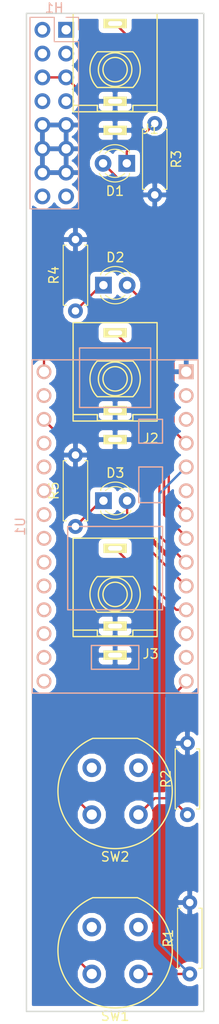
<source format=kicad_pcb>
(kicad_pcb (version 4) (host pcbnew 4.0.7)

  (general
    (links 34)
    (no_connects 0)
    (area 134.089524 35.405 157.885 146.075)
    (thickness 1.6)
    (drawings 4)
    (tracks 52)
    (zones 0)
    (modules 15)
    (nets 15)
  )

  (page A4)
  (layers
    (0 F.Cu signal)
    (31 B.Cu signal)
    (32 B.Adhes user hide)
    (33 F.Adhes user hide)
    (34 B.Paste user hide)
    (35 F.Paste user hide)
    (36 B.SilkS user)
    (37 F.SilkS user)
    (38 B.Mask user hide)
    (39 F.Mask user hide)
    (40 Dwgs.User user hide)
    (41 Cmts.User user hide)
    (42 Eco1.User user hide)
    (43 Eco2.User user hide)
    (44 Edge.Cuts user)
    (45 Margin user)
    (46 B.CrtYd user)
    (47 F.CrtYd user)
    (48 B.Fab user)
    (49 F.Fab user)
  )

  (setup
    (last_trace_width 0.25)
    (trace_clearance 0.2)
    (zone_clearance 0.508)
    (zone_45_only yes)
    (trace_min 0.2)
    (segment_width 0.2)
    (edge_width 0.15)
    (via_size 0.6)
    (via_drill 0.4)
    (via_min_size 0.4)
    (via_min_drill 0.3)
    (uvia_size 0.3)
    (uvia_drill 0.1)
    (uvias_allowed no)
    (uvia_min_size 0.2)
    (uvia_min_drill 0.1)
    (pcb_text_width 0.3)
    (pcb_text_size 1.5 1.5)
    (mod_edge_width 0.15)
    (mod_text_size 1 1)
    (mod_text_width 0.15)
    (pad_size 1.524 1.524)
    (pad_drill 0.762)
    (pad_to_mask_clearance 0.2)
    (aux_axis_origin 0 0)
    (visible_elements FFFFFF7F)
    (pcbplotparams
      (layerselection 0x00030_80000001)
      (usegerberextensions false)
      (excludeedgelayer true)
      (linewidth 0.100000)
      (plotframeref false)
      (viasonmask false)
      (mode 1)
      (useauxorigin false)
      (hpglpennumber 1)
      (hpglpenspeed 20)
      (hpglpendiameter 15)
      (hpglpenoverlay 2)
      (psnegative false)
      (psa4output false)
      (plotreference true)
      (plotvalue true)
      (plotinvisibletext false)
      (padsonsilk false)
      (subtractmaskfromsilk false)
      (outputformat 1)
      (mirror false)
      (drillshape 1)
      (scaleselection 1)
      (outputdirectory ""))
  )

  (net 0 "")
  (net 1 "Net-(D1-Pad1)")
  (net 2 "Net-(D1-Pad2)")
  (net 3 "Net-(D2-Pad1)")
  (net 4 "Net-(D2-Pad2)")
  (net 5 "Net-(D3-Pad1)")
  (net 6 "Net-(D3-Pad2)")
  (net 7 "Net-(H1-Pad10)")
  (net 8 "Net-(J1-Pad3)")
  (net 9 "Net-(J2-Pad3)")
  (net 10 "Net-(J3-Pad3)")
  (net 11 "Net-(R1-Pad1)")
  (net 12 "Net-(R2-Pad1)")
  (net 13 "Net-(SW1-Pad2)")
  (net 14 "Net-(H1-Pad5)")

  (net_class Default "This is the default net class."
    (clearance 0.2)
    (trace_width 0.25)
    (via_dia 0.6)
    (via_drill 0.4)
    (uvia_dia 0.3)
    (uvia_drill 0.1)
    (add_net "Net-(D1-Pad1)")
    (add_net "Net-(D1-Pad2)")
    (add_net "Net-(D2-Pad1)")
    (add_net "Net-(D2-Pad2)")
    (add_net "Net-(D3-Pad1)")
    (add_net "Net-(D3-Pad2)")
    (add_net "Net-(H1-Pad10)")
    (add_net "Net-(H1-Pad5)")
    (add_net "Net-(J1-Pad3)")
    (add_net "Net-(J2-Pad3)")
    (add_net "Net-(J3-Pad3)")
    (add_net "Net-(R1-Pad1)")
    (add_net "Net-(R2-Pad1)")
    (add_net "Net-(SW1-Pad2)")
  )

  (module teensy:Teensy30_31_32_LC (layer B.Cu) (tedit 5B3ACCFF) (tstamp 5B3AC2AB)
    (at 146.5 92.75 270)
    (path /5B3923DD)
    (fp_text reference U1 (at 0 10.16 270) (layer B.SilkS)
      (effects (font (size 1 1) (thickness 0.15)) (justify mirror))
    )
    (fp_text value Teensy3.2 (at 0 -10.16 270) (layer B.Fab)
      (effects (font (size 1 1) (thickness 0.15)) (justify mirror))
    )
    (fp_line (start -17.78 -3.81) (end -19.05 -3.81) (layer B.SilkS) (width 0.15))
    (fp_line (start -19.05 -3.81) (end -19.05 3.81) (layer B.SilkS) (width 0.15))
    (fp_line (start -19.05 3.81) (end -17.78 3.81) (layer B.SilkS) (width 0.15))
    (fp_line (start -6.35 -5.08) (end -2.54 -5.08) (layer B.SilkS) (width 0.15))
    (fp_line (start -2.54 -5.08) (end -2.54 -2.54) (layer B.SilkS) (width 0.15))
    (fp_line (start -2.54 -2.54) (end -6.35 -2.54) (layer B.SilkS) (width 0.15))
    (fp_line (start -6.35 -2.54) (end -6.35 -5.08) (layer B.SilkS) (width 0.15))
    (fp_line (start -12.7 -3.81) (end -12.7 3.81) (layer B.SilkS) (width 0.15))
    (fp_line (start -12.7 3.81) (end -17.78 3.81) (layer B.SilkS) (width 0.15))
    (fp_line (start -12.7 -3.81) (end -17.78 -3.81) (layer B.SilkS) (width 0.15))
    (fp_line (start -11.43 -5.08) (end -8.89 -5.08) (layer B.SilkS) (width 0.15))
    (fp_line (start -8.89 -5.08) (end -8.89 -2.54) (layer B.SilkS) (width 0.15))
    (fp_line (start -8.89 -2.54) (end -11.43 -2.54) (layer B.SilkS) (width 0.15))
    (fp_line (start -11.43 -2.54) (end -11.43 -5.08) (layer B.SilkS) (width 0.15))
    (fp_line (start 15.24 2.54) (end 15.24 -2.54) (layer B.SilkS) (width 0.15))
    (fp_line (start 15.24 -2.54) (end 12.7 -2.54) (layer B.SilkS) (width 0.15))
    (fp_line (start 12.7 -2.54) (end 12.7 2.54) (layer B.SilkS) (width 0.15))
    (fp_line (start 12.7 2.54) (end 15.24 2.54) (layer B.SilkS) (width 0.15))
    (fp_line (start 8.89 -5.08) (end 8.89 5.08) (layer B.SilkS) (width 0.15))
    (fp_line (start 0 5.08) (end 0 -5.08) (layer B.SilkS) (width 0.15))
    (fp_line (start 8.89 5.08) (end 0 5.08) (layer B.SilkS) (width 0.15))
    (fp_line (start 8.89 -5.08) (end 0 -5.08) (layer B.SilkS) (width 0.15))
    (fp_line (start -17.78 8.89) (end 17.78 8.89) (layer B.SilkS) (width 0.15))
    (fp_line (start 17.78 8.89) (end 17.78 -8.89) (layer B.SilkS) (width 0.15))
    (fp_line (start 17.78 -8.89) (end -17.78 -8.89) (layer B.SilkS) (width 0.15))
    (fp_line (start -17.78 -8.89) (end -17.78 8.89) (layer B.SilkS) (width 0.15))
    (pad 20 thru_hole circle (at 16.51 7.62 270) (size 1.6 1.6) (drill 1.1) (layers *.Cu *.Mask B.SilkS))
    (pad 14 thru_hole circle (at 16.51 -7.62 270) (size 1.6 1.6) (drill 1.1) (layers *.Cu *.Mask B.SilkS)
      (net 12 "Net-(R2-Pad1)"))
    (pad 21 thru_hole circle (at 13.97 7.62 270) (size 1.6 1.6) (drill 1.1) (layers *.Cu *.Mask B.SilkS))
    (pad 22 thru_hole circle (at 11.43 7.62 270) (size 1.6 1.6) (drill 1.1) (layers *.Cu *.Mask B.SilkS))
    (pad 23 thru_hole circle (at 8.89 7.62 270) (size 1.6 1.6) (drill 1.1) (layers *.Cu *.Mask B.SilkS))
    (pad 24 thru_hole circle (at 6.35 7.62 270) (size 1.6 1.6) (drill 1.1) (layers *.Cu *.Mask B.SilkS))
    (pad 25 thru_hole circle (at 3.81 7.62 270) (size 1.6 1.6) (drill 1.1) (layers *.Cu *.Mask B.SilkS))
    (pad 26 thru_hole circle (at 1.27 7.62 270) (size 1.6 1.6) (drill 1.1) (layers *.Cu *.Mask B.SilkS))
    (pad 27 thru_hole circle (at -1.27 7.62 270) (size 1.6 1.6) (drill 1.1) (layers *.Cu *.Mask B.SilkS))
    (pad 28 thru_hole circle (at -3.81 7.62 270) (size 1.6 1.6) (drill 1.1) (layers *.Cu *.Mask B.SilkS))
    (pad 29 thru_hole circle (at -6.35 7.62 270) (size 1.6 1.6) (drill 1.1) (layers *.Cu *.Mask B.SilkS))
    (pad 30 thru_hole circle (at -8.89 7.62 270) (size 1.6 1.6) (drill 1.1) (layers *.Cu *.Mask B.SilkS))
    (pad 31 thru_hole circle (at -11.43 7.62 270) (size 1.6 1.6) (drill 1.1) (layers *.Cu *.Mask B.SilkS)
      (net 13 "Net-(SW1-Pad2)"))
    (pad 32 thru_hole circle (at -13.97 7.62 270) (size 1.6 1.6) (drill 1.1) (layers *.Cu *.Mask B.SilkS))
    (pad 33 thru_hole circle (at -16.51 7.62 270) (size 1.6 1.6) (drill 1.1) (layers *.Cu *.Mask B.SilkS)
      (net 14 "Net-(H1-Pad5)"))
    (pad 13 thru_hole circle (at 13.97 -7.62 270) (size 1.6 1.6) (drill 1.1) (layers *.Cu *.Mask B.SilkS))
    (pad 12 thru_hole circle (at 11.43 -7.62 270) (size 1.6 1.6) (drill 1.1) (layers *.Cu *.Mask B.SilkS))
    (pad 11 thru_hole circle (at 8.89 -7.62 270) (size 1.6 1.6) (drill 1.1) (layers *.Cu *.Mask B.SilkS)
      (net 10 "Net-(J3-Pad3)"))
    (pad 10 thru_hole circle (at 6.35 -7.62 270) (size 1.6 1.6) (drill 1.1) (layers *.Cu *.Mask B.SilkS)
      (net 6 "Net-(D3-Pad2)"))
    (pad 9 thru_hole circle (at 3.81 -7.62 270) (size 1.6 1.6) (drill 1.1) (layers *.Cu *.Mask B.SilkS)
      (net 9 "Net-(J2-Pad3)"))
    (pad 8 thru_hole circle (at 1.27 -7.62 270) (size 1.6 1.6) (drill 1.1) (layers *.Cu *.Mask B.SilkS)
      (net 4 "Net-(D2-Pad2)"))
    (pad 7 thru_hole circle (at -1.27 -7.62 270) (size 1.6 1.6) (drill 1.1) (layers *.Cu *.Mask B.SilkS)
      (net 2 "Net-(D1-Pad2)"))
    (pad 6 thru_hole circle (at -3.81 -7.62 270) (size 1.6 1.6) (drill 1.1) (layers *.Cu *.Mask B.SilkS))
    (pad 5 thru_hole circle (at -6.35 -7.62 270) (size 1.6 1.6) (drill 1.1) (layers *.Cu *.Mask B.SilkS)
      (net 11 "Net-(R1-Pad1)"))
    (pad 4 thru_hole circle (at -8.89 -7.62 270) (size 1.6 1.6) (drill 1.1) (layers *.Cu *.Mask B.SilkS)
      (net 8 "Net-(J1-Pad3)"))
    (pad 3 thru_hole circle (at -11.43 -7.62 270) (size 1.6 1.6) (drill 1.1) (layers *.Cu *.Mask B.SilkS))
    (pad 2 thru_hole circle (at -13.97 -7.62 270) (size 1.6 1.6) (drill 1.1) (layers *.Cu *.Mask B.SilkS))
    (pad 1 thru_hole rect (at -16.51 -7.62 270) (size 1.6 1.6) (drill 1.1) (layers *.Cu *.Mask B.SilkS)
      (net 7 "Net-(H1-Pad10)"))
  )

  (module LEDs:LED_D3.0mm_FlatTop (layer F.Cu) (tedit 5880A862) (tstamp 5B3AC211)
    (at 147.75 54 180)
    (descr "LED, Round, FlatTop, diameter 3.0mm, 2 pins, http://www.kingbright.com/attachments/file/psearch/000/00/00/L-47XEC(Ver.9A).pdf")
    (tags "LED Round FlatTop diameter 3.0mm 2 pins")
    (path /5B39243B)
    (fp_text reference D1 (at 1.27 -2.96 180) (layer F.SilkS)
      (effects (font (size 1 1) (thickness 0.15)))
    )
    (fp_text value LED (at 1.27 2.96 180) (layer F.Fab)
      (effects (font (size 1 1) (thickness 0.15)))
    )
    (fp_arc (start 1.27 0) (end -0.23 -1.16619) (angle 284.3) (layer F.Fab) (width 0.1))
    (fp_arc (start 1.27 0) (end -0.29 -1.235516) (angle 108.8) (layer F.SilkS) (width 0.12))
    (fp_arc (start 1.27 0) (end -0.29 1.235516) (angle -108.8) (layer F.SilkS) (width 0.12))
    (fp_arc (start 1.27 0) (end 0.229039 -1.08) (angle 87.9) (layer F.SilkS) (width 0.12))
    (fp_arc (start 1.27 0) (end 0.229039 1.08) (angle -87.9) (layer F.SilkS) (width 0.12))
    (fp_circle (center 1.27 0) (end 2.77 0) (layer F.Fab) (width 0.1))
    (fp_line (start -0.23 -1.16619) (end -0.23 1.16619) (layer F.Fab) (width 0.1))
    (fp_line (start -0.29 -1.236) (end -0.29 -1.08) (layer F.SilkS) (width 0.12))
    (fp_line (start -0.29 1.08) (end -0.29 1.236) (layer F.SilkS) (width 0.12))
    (fp_line (start -1.15 -2.25) (end -1.15 2.25) (layer F.CrtYd) (width 0.05))
    (fp_line (start -1.15 2.25) (end 3.7 2.25) (layer F.CrtYd) (width 0.05))
    (fp_line (start 3.7 2.25) (end 3.7 -2.25) (layer F.CrtYd) (width 0.05))
    (fp_line (start 3.7 -2.25) (end -1.15 -2.25) (layer F.CrtYd) (width 0.05))
    (pad 1 thru_hole rect (at 0 0 180) (size 1.8 1.8) (drill 0.9) (layers *.Cu *.Mask)
      (net 1 "Net-(D1-Pad1)"))
    (pad 2 thru_hole circle (at 2.54 0 180) (size 1.8 1.8) (drill 0.9) (layers *.Cu *.Mask)
      (net 2 "Net-(D1-Pad2)"))
    (model ${KISYS3DMOD}/LEDs.3dshapes/LED_D3.0mm_FlatTop.wrl
      (at (xyz 0 0 0))
      (scale (xyz 0.393701 0.393701 0.393701))
      (rotate (xyz 0 0 0))
    )
  )

  (module LEDs:LED_D3.0mm_FlatTop (layer F.Cu) (tedit 5880A862) (tstamp 5B3AC217)
    (at 145.25 67)
    (descr "LED, Round, FlatTop, diameter 3.0mm, 2 pins, http://www.kingbright.com/attachments/file/psearch/000/00/00/L-47XEC(Ver.9A).pdf")
    (tags "LED Round FlatTop diameter 3.0mm 2 pins")
    (path /5B392495)
    (fp_text reference D2 (at 1.27 -2.96) (layer F.SilkS)
      (effects (font (size 1 1) (thickness 0.15)))
    )
    (fp_text value LED (at 1.27 2.96) (layer F.Fab)
      (effects (font (size 1 1) (thickness 0.15)))
    )
    (fp_arc (start 1.27 0) (end -0.23 -1.16619) (angle 284.3) (layer F.Fab) (width 0.1))
    (fp_arc (start 1.27 0) (end -0.29 -1.235516) (angle 108.8) (layer F.SilkS) (width 0.12))
    (fp_arc (start 1.27 0) (end -0.29 1.235516) (angle -108.8) (layer F.SilkS) (width 0.12))
    (fp_arc (start 1.27 0) (end 0.229039 -1.08) (angle 87.9) (layer F.SilkS) (width 0.12))
    (fp_arc (start 1.27 0) (end 0.229039 1.08) (angle -87.9) (layer F.SilkS) (width 0.12))
    (fp_circle (center 1.27 0) (end 2.77 0) (layer F.Fab) (width 0.1))
    (fp_line (start -0.23 -1.16619) (end -0.23 1.16619) (layer F.Fab) (width 0.1))
    (fp_line (start -0.29 -1.236) (end -0.29 -1.08) (layer F.SilkS) (width 0.12))
    (fp_line (start -0.29 1.08) (end -0.29 1.236) (layer F.SilkS) (width 0.12))
    (fp_line (start -1.15 -2.25) (end -1.15 2.25) (layer F.CrtYd) (width 0.05))
    (fp_line (start -1.15 2.25) (end 3.7 2.25) (layer F.CrtYd) (width 0.05))
    (fp_line (start 3.7 2.25) (end 3.7 -2.25) (layer F.CrtYd) (width 0.05))
    (fp_line (start 3.7 -2.25) (end -1.15 -2.25) (layer F.CrtYd) (width 0.05))
    (pad 1 thru_hole rect (at 0 0) (size 1.8 1.8) (drill 0.9) (layers *.Cu *.Mask)
      (net 3 "Net-(D2-Pad1)"))
    (pad 2 thru_hole circle (at 2.54 0) (size 1.8 1.8) (drill 0.9) (layers *.Cu *.Mask)
      (net 4 "Net-(D2-Pad2)"))
    (model ${KISYS3DMOD}/LEDs.3dshapes/LED_D3.0mm_FlatTop.wrl
      (at (xyz 0 0 0))
      (scale (xyz 0.393701 0.393701 0.393701))
      (rotate (xyz 0 0 0))
    )
  )

  (module LEDs:LED_D3.0mm_FlatTop (layer F.Cu) (tedit 5880A862) (tstamp 5B3AC21D)
    (at 145.25 90)
    (descr "LED, Round, FlatTop, diameter 3.0mm, 2 pins, http://www.kingbright.com/attachments/file/psearch/000/00/00/L-47XEC(Ver.9A).pdf")
    (tags "LED Round FlatTop diameter 3.0mm 2 pins")
    (path /5B392584)
    (fp_text reference D3 (at 1.27 -2.96) (layer F.SilkS)
      (effects (font (size 1 1) (thickness 0.15)))
    )
    (fp_text value LED (at 1.27 2.96) (layer F.Fab)
      (effects (font (size 1 1) (thickness 0.15)))
    )
    (fp_arc (start 1.27 0) (end -0.23 -1.16619) (angle 284.3) (layer F.Fab) (width 0.1))
    (fp_arc (start 1.27 0) (end -0.29 -1.235516) (angle 108.8) (layer F.SilkS) (width 0.12))
    (fp_arc (start 1.27 0) (end -0.29 1.235516) (angle -108.8) (layer F.SilkS) (width 0.12))
    (fp_arc (start 1.27 0) (end 0.229039 -1.08) (angle 87.9) (layer F.SilkS) (width 0.12))
    (fp_arc (start 1.27 0) (end 0.229039 1.08) (angle -87.9) (layer F.SilkS) (width 0.12))
    (fp_circle (center 1.27 0) (end 2.77 0) (layer F.Fab) (width 0.1))
    (fp_line (start -0.23 -1.16619) (end -0.23 1.16619) (layer F.Fab) (width 0.1))
    (fp_line (start -0.29 -1.236) (end -0.29 -1.08) (layer F.SilkS) (width 0.12))
    (fp_line (start -0.29 1.08) (end -0.29 1.236) (layer F.SilkS) (width 0.12))
    (fp_line (start -1.15 -2.25) (end -1.15 2.25) (layer F.CrtYd) (width 0.05))
    (fp_line (start -1.15 2.25) (end 3.7 2.25) (layer F.CrtYd) (width 0.05))
    (fp_line (start 3.7 2.25) (end 3.7 -2.25) (layer F.CrtYd) (width 0.05))
    (fp_line (start 3.7 -2.25) (end -1.15 -2.25) (layer F.CrtYd) (width 0.05))
    (pad 1 thru_hole rect (at 0 0) (size 1.8 1.8) (drill 0.9) (layers *.Cu *.Mask)
      (net 5 "Net-(D3-Pad1)"))
    (pad 2 thru_hole circle (at 2.54 0) (size 1.8 1.8) (drill 0.9) (layers *.Cu *.Mask)
      (net 6 "Net-(D3-Pad2)"))
    (model ${KISYS3DMOD}/LEDs.3dshapes/LED_D3.0mm_FlatTop.wrl
      (at (xyz 0 0 0))
      (scale (xyz 0.393701 0.393701 0.393701))
      (rotate (xyz 0 0 0))
    )
  )

  (module Pin_Headers:Pin_Header_Straight_2x08_Pitch2.54mm (layer B.Cu) (tedit 59650532) (tstamp 5B3AC231)
    (at 141.25 39.75 180)
    (descr "Through hole straight pin header, 2x08, 2.54mm pitch, double rows")
    (tags "Through hole pin header THT 2x08 2.54mm double row")
    (path /5B3AB3E1)
    (fp_text reference H1 (at 1.27 2.33 180) (layer B.SilkS)
      (effects (font (size 1 1) (thickness 0.15)) (justify mirror))
    )
    (fp_text value EURO_PWR_2x8 (at 1.27 -20.11 180) (layer B.Fab)
      (effects (font (size 1 1) (thickness 0.15)) (justify mirror))
    )
    (fp_line (start 0 1.27) (end 3.81 1.27) (layer B.Fab) (width 0.1))
    (fp_line (start 3.81 1.27) (end 3.81 -19.05) (layer B.Fab) (width 0.1))
    (fp_line (start 3.81 -19.05) (end -1.27 -19.05) (layer B.Fab) (width 0.1))
    (fp_line (start -1.27 -19.05) (end -1.27 0) (layer B.Fab) (width 0.1))
    (fp_line (start -1.27 0) (end 0 1.27) (layer B.Fab) (width 0.1))
    (fp_line (start -1.33 -19.11) (end 3.87 -19.11) (layer B.SilkS) (width 0.12))
    (fp_line (start -1.33 -1.27) (end -1.33 -19.11) (layer B.SilkS) (width 0.12))
    (fp_line (start 3.87 1.33) (end 3.87 -19.11) (layer B.SilkS) (width 0.12))
    (fp_line (start -1.33 -1.27) (end 1.27 -1.27) (layer B.SilkS) (width 0.12))
    (fp_line (start 1.27 -1.27) (end 1.27 1.33) (layer B.SilkS) (width 0.12))
    (fp_line (start 1.27 1.33) (end 3.87 1.33) (layer B.SilkS) (width 0.12))
    (fp_line (start -1.33 0) (end -1.33 1.33) (layer B.SilkS) (width 0.12))
    (fp_line (start -1.33 1.33) (end 0 1.33) (layer B.SilkS) (width 0.12))
    (fp_line (start -1.8 1.8) (end -1.8 -19.55) (layer B.CrtYd) (width 0.05))
    (fp_line (start -1.8 -19.55) (end 4.35 -19.55) (layer B.CrtYd) (width 0.05))
    (fp_line (start 4.35 -19.55) (end 4.35 1.8) (layer B.CrtYd) (width 0.05))
    (fp_line (start 4.35 1.8) (end -1.8 1.8) (layer B.CrtYd) (width 0.05))
    (fp_text user %R (at 1.27 -8.89 450) (layer B.Fab)
      (effects (font (size 1 1) (thickness 0.15)) (justify mirror))
    )
    (pad 1 thru_hole rect (at 0 0 180) (size 1.7 1.7) (drill 1) (layers *.Cu *.Mask))
    (pad 2 thru_hole oval (at 2.54 0 180) (size 1.7 1.7) (drill 1) (layers *.Cu *.Mask))
    (pad 3 thru_hole oval (at 0 -2.54 180) (size 1.7 1.7) (drill 1) (layers *.Cu *.Mask))
    (pad 4 thru_hole oval (at 2.54 -2.54 180) (size 1.7 1.7) (drill 1) (layers *.Cu *.Mask))
    (pad 5 thru_hole oval (at 0 -5.08 180) (size 1.7 1.7) (drill 1) (layers *.Cu *.Mask)
      (net 14 "Net-(H1-Pad5)"))
    (pad 6 thru_hole oval (at 2.54 -5.08 180) (size 1.7 1.7) (drill 1) (layers *.Cu *.Mask)
      (net 14 "Net-(H1-Pad5)"))
    (pad 7 thru_hole oval (at 0 -7.62 180) (size 1.7 1.7) (drill 1) (layers *.Cu *.Mask))
    (pad 8 thru_hole oval (at 2.54 -7.62 180) (size 1.7 1.7) (drill 1) (layers *.Cu *.Mask))
    (pad 9 thru_hole oval (at 0 -10.16 180) (size 1.7 1.7) (drill 1) (layers *.Cu *.Mask)
      (net 7 "Net-(H1-Pad10)"))
    (pad 10 thru_hole oval (at 2.54 -10.16 180) (size 1.7 1.7) (drill 1) (layers *.Cu *.Mask)
      (net 7 "Net-(H1-Pad10)"))
    (pad 11 thru_hole oval (at 0 -12.7 180) (size 1.7 1.7) (drill 1) (layers *.Cu *.Mask)
      (net 7 "Net-(H1-Pad10)"))
    (pad 12 thru_hole oval (at 2.54 -12.7 180) (size 1.7 1.7) (drill 1) (layers *.Cu *.Mask)
      (net 7 "Net-(H1-Pad10)"))
    (pad 13 thru_hole oval (at 0 -15.24 180) (size 1.7 1.7) (drill 1) (layers *.Cu *.Mask)
      (net 7 "Net-(H1-Pad10)"))
    (pad 14 thru_hole oval (at 2.54 -15.24 180) (size 1.7 1.7) (drill 1) (layers *.Cu *.Mask)
      (net 7 "Net-(H1-Pad10)"))
    (pad 15 thru_hole oval (at 0 -17.78 180) (size 1.7 1.7) (drill 1) (layers *.Cu *.Mask))
    (pad 16 thru_hole oval (at 2.54 -17.78 180) (size 1.7 1.7) (drill 1) (layers *.Cu *.Mask))
    (model ${KISYS3DMOD}/Pin_Headers.3dshapes/Pin_Header_Straight_2x08_Pitch2.54mm.wrl
      (at (xyz 0 0 0))
      (scale (xyz 1 1 1))
      (rotate (xyz 0 0 0))
    )
  )

  (module zetaohm:THONKICONN (layer F.Cu) (tedit 560B1645) (tstamp 5B3AC238)
    (at 146.5 44)
    (path /5B3AC17B)
    (fp_text reference J1 (at 3.81 6.35) (layer F.SilkS)
      (effects (font (size 1 1) (thickness 0.15)))
    )
    (fp_text value Thonk (at 0 -7.62) (layer F.Fab) hide
      (effects (font (size 1 1) (thickness 0.15)))
    )
    (fp_line (start -4.445 3.81) (end -1.905 3.81) (layer F.SilkS) (width 0.15))
    (fp_line (start -1.905 3.81) (end -1.905 4.445) (layer F.SilkS) (width 0.15))
    (fp_line (start -1.905 4.445) (end 1.905 4.445) (layer F.SilkS) (width 0.15))
    (fp_line (start 1.905 4.445) (end 1.905 3.81) (layer F.SilkS) (width 0.15))
    (fp_line (start 1.905 3.81) (end 4.445 3.81) (layer F.SilkS) (width 0.15))
    (fp_arc (start 0 0) (end 1.905 -1.905) (angle 90) (layer F.SilkS) (width 0.15))
    (fp_arc (start 0 0) (end -1.905 1.905) (angle 90) (layer F.SilkS) (width 0.15))
    (fp_line (start 1.905 1.905) (end -1.905 1.905) (layer F.SilkS) (width 0.15))
    (fp_line (start -1.905 -1.905) (end 1.905 -1.905) (layer F.SilkS) (width 0.15))
    (fp_circle (center 0 0) (end 1.27 1.27) (layer F.SilkS) (width 0.15))
    (fp_line (start 4.5 -6) (end 4.5 4.5) (layer F.SilkS) (width 0.15))
    (fp_line (start -4.5 -6) (end -4.5 4.5) (layer F.SilkS) (width 0.15))
    (fp_line (start -4.5 4.5) (end 4.5 4.5) (layer F.SilkS) (width 0.15))
    (fp_line (start -4.5 -6) (end 4.5 -6) (layer F.SilkS) (width 0.15))
    (fp_circle (center 0 0) (end 1.3 0) (layer F.SilkS) (width 0.15))
    (pad 3 thru_hole rect (at 0 -4.92) (size 2.5 1) (drill oval 1.5 0.5) (layers *.Cu *.Mask F.SilkS)
      (net 8 "Net-(J1-Pad3)"))
    (pad 2 thru_hole rect (at 0 3.38) (size 2.5 1) (drill oval 1.5 0.5) (layers *.Cu *.Mask F.SilkS)
      (net 7 "Net-(H1-Pad10)"))
    (pad 1 thru_hole rect (at 0 6.48) (size 2.5 1) (drill oval 1.5 0.5) (layers *.Cu *.Mask F.SilkS)
      (net 7 "Net-(H1-Pad10)"))
  )

  (module zetaohm:THONKICONN (layer F.Cu) (tedit 560B1645) (tstamp 5B3AC23F)
    (at 146.5 77)
    (path /5B3AC5C6)
    (fp_text reference J2 (at 3.81 6.35) (layer F.SilkS)
      (effects (font (size 1 1) (thickness 0.15)))
    )
    (fp_text value Thonk (at 0 -7.62) (layer F.Fab) hide
      (effects (font (size 1 1) (thickness 0.15)))
    )
    (fp_line (start -4.445 3.81) (end -1.905 3.81) (layer F.SilkS) (width 0.15))
    (fp_line (start -1.905 3.81) (end -1.905 4.445) (layer F.SilkS) (width 0.15))
    (fp_line (start -1.905 4.445) (end 1.905 4.445) (layer F.SilkS) (width 0.15))
    (fp_line (start 1.905 4.445) (end 1.905 3.81) (layer F.SilkS) (width 0.15))
    (fp_line (start 1.905 3.81) (end 4.445 3.81) (layer F.SilkS) (width 0.15))
    (fp_arc (start 0 0) (end 1.905 -1.905) (angle 90) (layer F.SilkS) (width 0.15))
    (fp_arc (start 0 0) (end -1.905 1.905) (angle 90) (layer F.SilkS) (width 0.15))
    (fp_line (start 1.905 1.905) (end -1.905 1.905) (layer F.SilkS) (width 0.15))
    (fp_line (start -1.905 -1.905) (end 1.905 -1.905) (layer F.SilkS) (width 0.15))
    (fp_circle (center 0 0) (end 1.27 1.27) (layer F.SilkS) (width 0.15))
    (fp_line (start 4.5 -6) (end 4.5 4.5) (layer F.SilkS) (width 0.15))
    (fp_line (start -4.5 -6) (end -4.5 4.5) (layer F.SilkS) (width 0.15))
    (fp_line (start -4.5 4.5) (end 4.5 4.5) (layer F.SilkS) (width 0.15))
    (fp_line (start -4.5 -6) (end 4.5 -6) (layer F.SilkS) (width 0.15))
    (fp_circle (center 0 0) (end 1.3 0) (layer F.SilkS) (width 0.15))
    (pad 3 thru_hole rect (at 0 -4.92) (size 2.5 1) (drill oval 1.5 0.5) (layers *.Cu *.Mask F.SilkS)
      (net 9 "Net-(J2-Pad3)"))
    (pad 2 thru_hole rect (at 0 3.38) (size 2.5 1) (drill oval 1.5 0.5) (layers *.Cu *.Mask F.SilkS)
      (net 7 "Net-(H1-Pad10)"))
    (pad 1 thru_hole rect (at 0 6.48) (size 2.5 1) (drill oval 1.5 0.5) (layers *.Cu *.Mask F.SilkS)
      (net 7 "Net-(H1-Pad10)"))
  )

  (module zetaohm:THONKICONN (layer F.Cu) (tedit 560B1645) (tstamp 5B3AC246)
    (at 146.5 100)
    (path /5B3AC9BD)
    (fp_text reference J3 (at 3.81 6.35) (layer F.SilkS)
      (effects (font (size 1 1) (thickness 0.15)))
    )
    (fp_text value Thonk (at 0 -7.62) (layer F.Fab) hide
      (effects (font (size 1 1) (thickness 0.15)))
    )
    (fp_line (start -4.445 3.81) (end -1.905 3.81) (layer F.SilkS) (width 0.15))
    (fp_line (start -1.905 3.81) (end -1.905 4.445) (layer F.SilkS) (width 0.15))
    (fp_line (start -1.905 4.445) (end 1.905 4.445) (layer F.SilkS) (width 0.15))
    (fp_line (start 1.905 4.445) (end 1.905 3.81) (layer F.SilkS) (width 0.15))
    (fp_line (start 1.905 3.81) (end 4.445 3.81) (layer F.SilkS) (width 0.15))
    (fp_arc (start 0 0) (end 1.905 -1.905) (angle 90) (layer F.SilkS) (width 0.15))
    (fp_arc (start 0 0) (end -1.905 1.905) (angle 90) (layer F.SilkS) (width 0.15))
    (fp_line (start 1.905 1.905) (end -1.905 1.905) (layer F.SilkS) (width 0.15))
    (fp_line (start -1.905 -1.905) (end 1.905 -1.905) (layer F.SilkS) (width 0.15))
    (fp_circle (center 0 0) (end 1.27 1.27) (layer F.SilkS) (width 0.15))
    (fp_line (start 4.5 -6) (end 4.5 4.5) (layer F.SilkS) (width 0.15))
    (fp_line (start -4.5 -6) (end -4.5 4.5) (layer F.SilkS) (width 0.15))
    (fp_line (start -4.5 4.5) (end 4.5 4.5) (layer F.SilkS) (width 0.15))
    (fp_line (start -4.5 -6) (end 4.5 -6) (layer F.SilkS) (width 0.15))
    (fp_circle (center 0 0) (end 1.3 0) (layer F.SilkS) (width 0.15))
    (pad 3 thru_hole rect (at 0 -4.92) (size 2.5 1) (drill oval 1.5 0.5) (layers *.Cu *.Mask F.SilkS)
      (net 10 "Net-(J3-Pad3)"))
    (pad 2 thru_hole rect (at 0 3.38) (size 2.5 1) (drill oval 1.5 0.5) (layers *.Cu *.Mask F.SilkS)
      (net 7 "Net-(H1-Pad10)"))
    (pad 1 thru_hole rect (at 0 6.48) (size 2.5 1) (drill oval 1.5 0.5) (layers *.Cu *.Mask F.SilkS)
      (net 7 "Net-(H1-Pad10)"))
  )

  (module Resistors_THT:R_Axial_DIN0207_L6.3mm_D2.5mm_P7.62mm_Horizontal (layer F.Cu) (tedit 5874F706) (tstamp 5B3AC24C)
    (at 154.5 140.5 90)
    (descr "Resistor, Axial_DIN0207 series, Axial, Horizontal, pin pitch=7.62mm, 0.25W = 1/4W, length*diameter=6.3*2.5mm^2, http://cdn-reichelt.de/documents/datenblatt/B400/1_4W%23YAG.pdf")
    (tags "Resistor Axial_DIN0207 series Axial Horizontal pin pitch 7.62mm 0.25W = 1/4W length 6.3mm diameter 2.5mm")
    (path /5B3931E0)
    (fp_text reference R1 (at 3.81 -2.31 90) (layer F.SilkS)
      (effects (font (size 1 1) (thickness 0.15)))
    )
    (fp_text value 4.7k (at 3.81 2.31 90) (layer F.Fab)
      (effects (font (size 1 1) (thickness 0.15)))
    )
    (fp_line (start 0.66 -1.25) (end 0.66 1.25) (layer F.Fab) (width 0.1))
    (fp_line (start 0.66 1.25) (end 6.96 1.25) (layer F.Fab) (width 0.1))
    (fp_line (start 6.96 1.25) (end 6.96 -1.25) (layer F.Fab) (width 0.1))
    (fp_line (start 6.96 -1.25) (end 0.66 -1.25) (layer F.Fab) (width 0.1))
    (fp_line (start 0 0) (end 0.66 0) (layer F.Fab) (width 0.1))
    (fp_line (start 7.62 0) (end 6.96 0) (layer F.Fab) (width 0.1))
    (fp_line (start 0.6 -0.98) (end 0.6 -1.31) (layer F.SilkS) (width 0.12))
    (fp_line (start 0.6 -1.31) (end 7.02 -1.31) (layer F.SilkS) (width 0.12))
    (fp_line (start 7.02 -1.31) (end 7.02 -0.98) (layer F.SilkS) (width 0.12))
    (fp_line (start 0.6 0.98) (end 0.6 1.31) (layer F.SilkS) (width 0.12))
    (fp_line (start 0.6 1.31) (end 7.02 1.31) (layer F.SilkS) (width 0.12))
    (fp_line (start 7.02 1.31) (end 7.02 0.98) (layer F.SilkS) (width 0.12))
    (fp_line (start -1.05 -1.6) (end -1.05 1.6) (layer F.CrtYd) (width 0.05))
    (fp_line (start -1.05 1.6) (end 8.7 1.6) (layer F.CrtYd) (width 0.05))
    (fp_line (start 8.7 1.6) (end 8.7 -1.6) (layer F.CrtYd) (width 0.05))
    (fp_line (start 8.7 -1.6) (end -1.05 -1.6) (layer F.CrtYd) (width 0.05))
    (pad 1 thru_hole circle (at 0 0 90) (size 1.6 1.6) (drill 0.8) (layers *.Cu *.Mask)
      (net 11 "Net-(R1-Pad1)"))
    (pad 2 thru_hole oval (at 7.62 0 90) (size 1.6 1.6) (drill 0.8) (layers *.Cu *.Mask)
      (net 7 "Net-(H1-Pad10)"))
    (model ${KISYS3DMOD}/Resistors_THT.3dshapes/R_Axial_DIN0207_L6.3mm_D2.5mm_P7.62mm_Horizontal.wrl
      (at (xyz 0 0 0))
      (scale (xyz 0.393701 0.393701 0.393701))
      (rotate (xyz 0 0 0))
    )
  )

  (module Resistors_THT:R_Axial_DIN0207_L6.3mm_D2.5mm_P7.62mm_Horizontal (layer F.Cu) (tedit 5874F706) (tstamp 5B3AC252)
    (at 154.25 123.5 90)
    (descr "Resistor, Axial_DIN0207 series, Axial, Horizontal, pin pitch=7.62mm, 0.25W = 1/4W, length*diameter=6.3*2.5mm^2, http://cdn-reichelt.de/documents/datenblatt/B400/1_4W%23YAG.pdf")
    (tags "Resistor Axial_DIN0207 series Axial Horizontal pin pitch 7.62mm 0.25W = 1/4W length 6.3mm diameter 2.5mm")
    (path /5B3936D1)
    (fp_text reference R2 (at 3.81 -2.31 90) (layer F.SilkS)
      (effects (font (size 1 1) (thickness 0.15)))
    )
    (fp_text value 4.7k (at 3.81 2.31 90) (layer F.Fab)
      (effects (font (size 1 1) (thickness 0.15)))
    )
    (fp_line (start 0.66 -1.25) (end 0.66 1.25) (layer F.Fab) (width 0.1))
    (fp_line (start 0.66 1.25) (end 6.96 1.25) (layer F.Fab) (width 0.1))
    (fp_line (start 6.96 1.25) (end 6.96 -1.25) (layer F.Fab) (width 0.1))
    (fp_line (start 6.96 -1.25) (end 0.66 -1.25) (layer F.Fab) (width 0.1))
    (fp_line (start 0 0) (end 0.66 0) (layer F.Fab) (width 0.1))
    (fp_line (start 7.62 0) (end 6.96 0) (layer F.Fab) (width 0.1))
    (fp_line (start 0.6 -0.98) (end 0.6 -1.31) (layer F.SilkS) (width 0.12))
    (fp_line (start 0.6 -1.31) (end 7.02 -1.31) (layer F.SilkS) (width 0.12))
    (fp_line (start 7.02 -1.31) (end 7.02 -0.98) (layer F.SilkS) (width 0.12))
    (fp_line (start 0.6 0.98) (end 0.6 1.31) (layer F.SilkS) (width 0.12))
    (fp_line (start 0.6 1.31) (end 7.02 1.31) (layer F.SilkS) (width 0.12))
    (fp_line (start 7.02 1.31) (end 7.02 0.98) (layer F.SilkS) (width 0.12))
    (fp_line (start -1.05 -1.6) (end -1.05 1.6) (layer F.CrtYd) (width 0.05))
    (fp_line (start -1.05 1.6) (end 8.7 1.6) (layer F.CrtYd) (width 0.05))
    (fp_line (start 8.7 1.6) (end 8.7 -1.6) (layer F.CrtYd) (width 0.05))
    (fp_line (start 8.7 -1.6) (end -1.05 -1.6) (layer F.CrtYd) (width 0.05))
    (pad 1 thru_hole circle (at 0 0 90) (size 1.6 1.6) (drill 0.8) (layers *.Cu *.Mask)
      (net 12 "Net-(R2-Pad1)"))
    (pad 2 thru_hole oval (at 7.62 0 90) (size 1.6 1.6) (drill 0.8) (layers *.Cu *.Mask)
      (net 7 "Net-(H1-Pad10)"))
    (model ${KISYS3DMOD}/Resistors_THT.3dshapes/R_Axial_DIN0207_L6.3mm_D2.5mm_P7.62mm_Horizontal.wrl
      (at (xyz 0 0 0))
      (scale (xyz 0.393701 0.393701 0.393701))
      (rotate (xyz 0 0 0))
    )
  )

  (module Resistors_THT:R_Axial_DIN0207_L6.3mm_D2.5mm_P7.62mm_Horizontal (layer F.Cu) (tedit 5874F706) (tstamp 5B3AC258)
    (at 150.75 49.75 270)
    (descr "Resistor, Axial_DIN0207 series, Axial, Horizontal, pin pitch=7.62mm, 0.25W = 1/4W, length*diameter=6.3*2.5mm^2, http://cdn-reichelt.de/documents/datenblatt/B400/1_4W%23YAG.pdf")
    (tags "Resistor Axial_DIN0207 series Axial Horizontal pin pitch 7.62mm 0.25W = 1/4W length 6.3mm diameter 2.5mm")
    (path /5B3A8414)
    (fp_text reference R3 (at 3.81 -2.31 270) (layer F.SilkS)
      (effects (font (size 1 1) (thickness 0.15)))
    )
    (fp_text value 150 (at 3.81 2.31 270) (layer F.Fab)
      (effects (font (size 1 1) (thickness 0.15)))
    )
    (fp_line (start 0.66 -1.25) (end 0.66 1.25) (layer F.Fab) (width 0.1))
    (fp_line (start 0.66 1.25) (end 6.96 1.25) (layer F.Fab) (width 0.1))
    (fp_line (start 6.96 1.25) (end 6.96 -1.25) (layer F.Fab) (width 0.1))
    (fp_line (start 6.96 -1.25) (end 0.66 -1.25) (layer F.Fab) (width 0.1))
    (fp_line (start 0 0) (end 0.66 0) (layer F.Fab) (width 0.1))
    (fp_line (start 7.62 0) (end 6.96 0) (layer F.Fab) (width 0.1))
    (fp_line (start 0.6 -0.98) (end 0.6 -1.31) (layer F.SilkS) (width 0.12))
    (fp_line (start 0.6 -1.31) (end 7.02 -1.31) (layer F.SilkS) (width 0.12))
    (fp_line (start 7.02 -1.31) (end 7.02 -0.98) (layer F.SilkS) (width 0.12))
    (fp_line (start 0.6 0.98) (end 0.6 1.31) (layer F.SilkS) (width 0.12))
    (fp_line (start 0.6 1.31) (end 7.02 1.31) (layer F.SilkS) (width 0.12))
    (fp_line (start 7.02 1.31) (end 7.02 0.98) (layer F.SilkS) (width 0.12))
    (fp_line (start -1.05 -1.6) (end -1.05 1.6) (layer F.CrtYd) (width 0.05))
    (fp_line (start -1.05 1.6) (end 8.7 1.6) (layer F.CrtYd) (width 0.05))
    (fp_line (start 8.7 1.6) (end 8.7 -1.6) (layer F.CrtYd) (width 0.05))
    (fp_line (start 8.7 -1.6) (end -1.05 -1.6) (layer F.CrtYd) (width 0.05))
    (pad 1 thru_hole circle (at 0 0 270) (size 1.6 1.6) (drill 0.8) (layers *.Cu *.Mask)
      (net 1 "Net-(D1-Pad1)"))
    (pad 2 thru_hole oval (at 7.62 0 270) (size 1.6 1.6) (drill 0.8) (layers *.Cu *.Mask)
      (net 7 "Net-(H1-Pad10)"))
    (model ${KISYS3DMOD}/Resistors_THT.3dshapes/R_Axial_DIN0207_L6.3mm_D2.5mm_P7.62mm_Horizontal.wrl
      (at (xyz 0 0 0))
      (scale (xyz 0.393701 0.393701 0.393701))
      (rotate (xyz 0 0 0))
    )
  )

  (module Resistors_THT:R_Axial_DIN0207_L6.3mm_D2.5mm_P7.62mm_Horizontal (layer F.Cu) (tedit 5874F706) (tstamp 5B3AC25E)
    (at 142.25 69.75 90)
    (descr "Resistor, Axial_DIN0207 series, Axial, Horizontal, pin pitch=7.62mm, 0.25W = 1/4W, length*diameter=6.3*2.5mm^2, http://cdn-reichelt.de/documents/datenblatt/B400/1_4W%23YAG.pdf")
    (tags "Resistor Axial_DIN0207 series Axial Horizontal pin pitch 7.62mm 0.25W = 1/4W length 6.3mm diameter 2.5mm")
    (path /5B3A866E)
    (fp_text reference R4 (at 3.81 -2.31 90) (layer F.SilkS)
      (effects (font (size 1 1) (thickness 0.15)))
    )
    (fp_text value 150 (at 3.81 2.31 90) (layer F.Fab)
      (effects (font (size 1 1) (thickness 0.15)))
    )
    (fp_line (start 0.66 -1.25) (end 0.66 1.25) (layer F.Fab) (width 0.1))
    (fp_line (start 0.66 1.25) (end 6.96 1.25) (layer F.Fab) (width 0.1))
    (fp_line (start 6.96 1.25) (end 6.96 -1.25) (layer F.Fab) (width 0.1))
    (fp_line (start 6.96 -1.25) (end 0.66 -1.25) (layer F.Fab) (width 0.1))
    (fp_line (start 0 0) (end 0.66 0) (layer F.Fab) (width 0.1))
    (fp_line (start 7.62 0) (end 6.96 0) (layer F.Fab) (width 0.1))
    (fp_line (start 0.6 -0.98) (end 0.6 -1.31) (layer F.SilkS) (width 0.12))
    (fp_line (start 0.6 -1.31) (end 7.02 -1.31) (layer F.SilkS) (width 0.12))
    (fp_line (start 7.02 -1.31) (end 7.02 -0.98) (layer F.SilkS) (width 0.12))
    (fp_line (start 0.6 0.98) (end 0.6 1.31) (layer F.SilkS) (width 0.12))
    (fp_line (start 0.6 1.31) (end 7.02 1.31) (layer F.SilkS) (width 0.12))
    (fp_line (start 7.02 1.31) (end 7.02 0.98) (layer F.SilkS) (width 0.12))
    (fp_line (start -1.05 -1.6) (end -1.05 1.6) (layer F.CrtYd) (width 0.05))
    (fp_line (start -1.05 1.6) (end 8.7 1.6) (layer F.CrtYd) (width 0.05))
    (fp_line (start 8.7 1.6) (end 8.7 -1.6) (layer F.CrtYd) (width 0.05))
    (fp_line (start 8.7 -1.6) (end -1.05 -1.6) (layer F.CrtYd) (width 0.05))
    (pad 1 thru_hole circle (at 0 0 90) (size 1.6 1.6) (drill 0.8) (layers *.Cu *.Mask)
      (net 3 "Net-(D2-Pad1)"))
    (pad 2 thru_hole oval (at 7.62 0 90) (size 1.6 1.6) (drill 0.8) (layers *.Cu *.Mask)
      (net 7 "Net-(H1-Pad10)"))
    (model ${KISYS3DMOD}/Resistors_THT.3dshapes/R_Axial_DIN0207_L6.3mm_D2.5mm_P7.62mm_Horizontal.wrl
      (at (xyz 0 0 0))
      (scale (xyz 0.393701 0.393701 0.393701))
      (rotate (xyz 0 0 0))
    )
  )

  (module Resistors_THT:R_Axial_DIN0207_L6.3mm_D2.5mm_P7.62mm_Horizontal (layer F.Cu) (tedit 5874F706) (tstamp 5B3AC264)
    (at 142.25 92.75 90)
    (descr "Resistor, Axial_DIN0207 series, Axial, Horizontal, pin pitch=7.62mm, 0.25W = 1/4W, length*diameter=6.3*2.5mm^2, http://cdn-reichelt.de/documents/datenblatt/B400/1_4W%23YAG.pdf")
    (tags "Resistor Axial_DIN0207 series Axial Horizontal pin pitch 7.62mm 0.25W = 1/4W length 6.3mm diameter 2.5mm")
    (path /5B3A871D)
    (fp_text reference R5 (at 3.81 -2.31 90) (layer F.SilkS)
      (effects (font (size 1 1) (thickness 0.15)))
    )
    (fp_text value 150 (at 3.81 2.31 90) (layer F.Fab)
      (effects (font (size 1 1) (thickness 0.15)))
    )
    (fp_line (start 0.66 -1.25) (end 0.66 1.25) (layer F.Fab) (width 0.1))
    (fp_line (start 0.66 1.25) (end 6.96 1.25) (layer F.Fab) (width 0.1))
    (fp_line (start 6.96 1.25) (end 6.96 -1.25) (layer F.Fab) (width 0.1))
    (fp_line (start 6.96 -1.25) (end 0.66 -1.25) (layer F.Fab) (width 0.1))
    (fp_line (start 0 0) (end 0.66 0) (layer F.Fab) (width 0.1))
    (fp_line (start 7.62 0) (end 6.96 0) (layer F.Fab) (width 0.1))
    (fp_line (start 0.6 -0.98) (end 0.6 -1.31) (layer F.SilkS) (width 0.12))
    (fp_line (start 0.6 -1.31) (end 7.02 -1.31) (layer F.SilkS) (width 0.12))
    (fp_line (start 7.02 -1.31) (end 7.02 -0.98) (layer F.SilkS) (width 0.12))
    (fp_line (start 0.6 0.98) (end 0.6 1.31) (layer F.SilkS) (width 0.12))
    (fp_line (start 0.6 1.31) (end 7.02 1.31) (layer F.SilkS) (width 0.12))
    (fp_line (start 7.02 1.31) (end 7.02 0.98) (layer F.SilkS) (width 0.12))
    (fp_line (start -1.05 -1.6) (end -1.05 1.6) (layer F.CrtYd) (width 0.05))
    (fp_line (start -1.05 1.6) (end 8.7 1.6) (layer F.CrtYd) (width 0.05))
    (fp_line (start 8.7 1.6) (end 8.7 -1.6) (layer F.CrtYd) (width 0.05))
    (fp_line (start 8.7 -1.6) (end -1.05 -1.6) (layer F.CrtYd) (width 0.05))
    (pad 1 thru_hole circle (at 0 0 90) (size 1.6 1.6) (drill 0.8) (layers *.Cu *.Mask)
      (net 5 "Net-(D3-Pad1)"))
    (pad 2 thru_hole oval (at 7.62 0 90) (size 1.6 1.6) (drill 0.8) (layers *.Cu *.Mask)
      (net 7 "Net-(H1-Pad10)"))
    (model ${KISYS3DMOD}/Resistors_THT.3dshapes/R_Axial_DIN0207_L6.3mm_D2.5mm_P7.62mm_Horizontal.wrl
      (at (xyz 0 0 0))
      (scale (xyz 0.393701 0.393701 0.393701))
      (rotate (xyz 0 0 0))
    )
  )

  (module Buttons_Switches_THT:Push_E-Switch_KS01Q01 (layer F.Cu) (tedit 592454DE) (tstamp 5B3AC26C)
    (at 149 140.5 180)
    (descr "E-Switch KS01Q01 http://spec_sheets.e-switch.com/specs/29-KS01Q01.pdf")
    (tags "Push Button")
    (path /5B3956B4)
    (fp_text reference SW1 (at 2.5 -4.5 180) (layer F.SilkS)
      (effects (font (size 1 1) (thickness 0.15)))
    )
    (fp_text value SW_SPST (at 2.5 9.5 180) (layer F.Fab)
      (effects (font (size 1 1) (thickness 0.15)))
    )
    (fp_line (start 0.04 8.39) (end 5.06 8.39) (layer F.CrtYd) (width 0.05))
    (fp_arc (start 2.55 2.5) (end 0.04 8.39) (angle 313.8378348) (layer F.CrtYd) (width 0.05))
    (fp_line (start 0.11 8) (end 4.89 8) (layer F.Fab) (width 0.1))
    (fp_arc (start 2.5 2.5) (end 0.11 8) (angle 313) (layer F.Fab) (width 0.1))
    (fp_text user %R (at 2.5 2.5 180) (layer F.Fab)
      (effects (font (size 1 1) (thickness 0.15)))
    )
    (fp_line (start 4.89 8.14) (end 0.11 8.14) (layer F.SilkS) (width 0.15))
    (fp_arc (start 2.5 2.5) (end 0.11 8.14) (angle 314) (layer F.SilkS) (width 0.15))
    (pad 1 thru_hole circle (at 0 0 180) (size 2 2) (drill 1.1) (layers *.Cu *.Mask)
      (net 11 "Net-(R1-Pad1)"))
    (pad 2 thru_hole circle (at 5 0 180) (size 2 2) (drill 1.1) (layers *.Cu *.Mask)
      (net 13 "Net-(SW1-Pad2)"))
    (pad 4 thru_hole circle (at 5 5 180) (size 2 2) (drill 1.1) (layers *.Cu *.Mask))
    (pad 3 thru_hole circle (at 0 5 180) (size 2 2) (drill 1.1) (layers *.Cu *.Mask))
    (model ${KISYS3DMOD}/Buttons_Switches_THT.3dshapes/Push_E-Switch_KS01Q01.wrl
      (at (xyz 0.1 -0.1 0))
      (scale (xyz 1 1 1))
      (rotate (xyz 0 0 0))
    )
  )

  (module Buttons_Switches_THT:Push_E-Switch_KS01Q01 (layer F.Cu) (tedit 592454DE) (tstamp 5B3AC274)
    (at 149 123.5 180)
    (descr "E-Switch KS01Q01 http://spec_sheets.e-switch.com/specs/29-KS01Q01.pdf")
    (tags "Push Button")
    (path /5B395716)
    (fp_text reference SW2 (at 2.5 -4.5 180) (layer F.SilkS)
      (effects (font (size 1 1) (thickness 0.15)))
    )
    (fp_text value SW_SPST (at 2.5 9.5 180) (layer F.Fab)
      (effects (font (size 1 1) (thickness 0.15)))
    )
    (fp_line (start 0.04 8.39) (end 5.06 8.39) (layer F.CrtYd) (width 0.05))
    (fp_arc (start 2.55 2.5) (end 0.04 8.39) (angle 313.8378348) (layer F.CrtYd) (width 0.05))
    (fp_line (start 0.11 8) (end 4.89 8) (layer F.Fab) (width 0.1))
    (fp_arc (start 2.5 2.5) (end 0.11 8) (angle 313) (layer F.Fab) (width 0.1))
    (fp_text user %R (at 2.5 2.5 180) (layer F.Fab)
      (effects (font (size 1 1) (thickness 0.15)))
    )
    (fp_line (start 4.89 8.14) (end 0.11 8.14) (layer F.SilkS) (width 0.15))
    (fp_arc (start 2.5 2.5) (end 0.11 8.14) (angle 314) (layer F.SilkS) (width 0.15))
    (pad 1 thru_hole circle (at 0 0 180) (size 2 2) (drill 1.1) (layers *.Cu *.Mask)
      (net 12 "Net-(R2-Pad1)"))
    (pad 2 thru_hole circle (at 5 0 180) (size 2 2) (drill 1.1) (layers *.Cu *.Mask)
      (net 13 "Net-(SW1-Pad2)"))
    (pad 4 thru_hole circle (at 5 5 180) (size 2 2) (drill 1.1) (layers *.Cu *.Mask))
    (pad 3 thru_hole circle (at 0 5 180) (size 2 2) (drill 1.1) (layers *.Cu *.Mask))
    (model ${KISYS3DMOD}/Buttons_Switches_THT.3dshapes/Push_E-Switch_KS01Q01.wrl
      (at (xyz 0.1 -0.1 0))
      (scale (xyz 1 1 1))
      (rotate (xyz 0 0 0))
    )
  )

  (gr_line (start 137 144.5) (end 137 38) (angle 90) (layer Edge.Cuts) (width 0.15))
  (gr_line (start 156 144.5) (end 137 144.5) (angle 90) (layer Edge.Cuts) (width 0.15))
  (gr_line (start 156 38) (end 156 144.5) (angle 90) (layer Edge.Cuts) (width 0.15))
  (gr_line (start 137 38) (end 156 38) (angle 90) (layer Edge.Cuts) (width 0.15))

  (segment (start 154.12 104.01) (end 153.99 104.01) (width 0.25) (layer F.Cu) (net 0))
  (segment (start 147.75 54) (end 147.75 52.75) (width 0.25) (layer F.Cu) (net 1))
  (segment (start 147.75 52.75) (end 150.75 49.75) (width 0.25) (layer F.Cu) (net 1) (tstamp 5B3B167C))
  (segment (start 154.12 91.48) (end 154.12 91.37) (width 0.25) (layer F.Cu) (net 2))
  (segment (start 154.12 91.37) (end 152.25 89.5) (width 0.25) (layer F.Cu) (net 2) (tstamp 5B3B1611))
  (segment (start 152.25 89.5) (end 152.25 61.04) (width 0.25) (layer F.Cu) (net 2) (tstamp 5B3B1618))
  (segment (start 152.25 61.04) (end 145.21 54) (width 0.25) (layer F.Cu) (net 2) (tstamp 5B3B161F))
  (segment (start 145.25 67) (end 145 67) (width 0.25) (layer F.Cu) (net 3))
  (segment (start 145 67) (end 142.25 69.75) (width 0.25) (layer F.Cu) (net 3) (tstamp 5B3B1674))
  (segment (start 154.12 94.02) (end 154.12 93.87) (width 0.25) (layer F.Cu) (net 4))
  (segment (start 154.12 93.87) (end 151.75 91.5) (width 0.25) (layer F.Cu) (net 4) (tstamp 5B3B1641))
  (segment (start 151.75 91.5) (end 151.75 70.96) (width 0.25) (layer F.Cu) (net 4) (tstamp 5B3B164A))
  (segment (start 151.75 70.96) (end 147.79 67) (width 0.25) (layer F.Cu) (net 4) (tstamp 5B3B164D))
  (segment (start 145.25 90) (end 145 90) (width 0.25) (layer F.Cu) (net 5))
  (segment (start 145 90) (end 142.25 92.75) (width 0.25) (layer F.Cu) (net 5) (tstamp 5B3B169A))
  (segment (start 154.12 99.1) (end 154.1 99.1) (width 0.25) (layer F.Cu) (net 6))
  (segment (start 154.1 99.1) (end 147.79 92.79) (width 0.25) (layer F.Cu) (net 6) (tstamp 5B3B15AC))
  (segment (start 147.79 92.79) (end 147.79 90) (width 0.25) (layer F.Cu) (net 6) (tstamp 5B3B15B3))
  (segment (start 154.12 83.86) (end 154.11 83.86) (width 0.25) (layer F.Cu) (net 8))
  (segment (start 154.11 83.86) (end 152.75 82.5) (width 0.25) (layer F.Cu) (net 8) (tstamp 5B3B15EE))
  (segment (start 152.75 82.5) (end 152.75 45.33) (width 0.25) (layer F.Cu) (net 8) (tstamp 5B3B15F3))
  (segment (start 152.75 45.33) (end 146.5 39.08) (width 0.25) (layer F.Cu) (net 8) (tstamp 5B3B15FB))
  (segment (start 154.12 96.56) (end 154.06 96.56) (width 0.25) (layer F.Cu) (net 9))
  (segment (start 154.06 96.56) (end 151.25 93.75) (width 0.25) (layer F.Cu) (net 9) (tstamp 5B3B1659))
  (segment (start 151.25 93.75) (end 151.25 76.83) (width 0.25) (layer F.Cu) (net 9) (tstamp 5B3B165B))
  (segment (start 151.25 76.83) (end 146.5 72.08) (width 0.25) (layer F.Cu) (net 9) (tstamp 5B3B165F))
  (segment (start 154.12 101.64) (end 153.06 101.64) (width 0.25) (layer F.Cu) (net 10))
  (segment (start 153.06 101.64) (end 146.5 95.08) (width 0.25) (layer F.Cu) (net 10) (tstamp 5B3B159F))
  (segment (start 154.12 86.4) (end 154.1 86.4) (width 0.25) (layer B.Cu) (net 11))
  (segment (start 154.1 86.4) (end 151.25 89.25) (width 0.25) (layer B.Cu) (net 11) (tstamp 5B3B152E))
  (segment (start 151.25 89.25) (end 151.25 137.25) (width 0.25) (layer B.Cu) (net 11) (tstamp 5B3B154B))
  (segment (start 151.25 137.25) (end 154.5 140.5) (width 0.25) (layer B.Cu) (net 11) (tstamp 5B3B1550))
  (segment (start 149 140.5) (end 154.5 140.5) (width 0.25) (layer F.Cu) (net 11))
  (segment (start 149 123.5) (end 150.75 121.75) (width 0.25) (layer F.Cu) (net 12))
  (segment (start 150.75 121.75) (end 152.5 121.75) (width 0.25) (layer F.Cu) (net 12) (tstamp 5B3B1509))
  (segment (start 154.12 109.26) (end 154.12 109.38) (width 0.25) (layer F.Cu) (net 12))
  (segment (start 154.12 109.38) (end 152.5 111) (width 0.25) (layer F.Cu) (net 12) (tstamp 5B3B14EB))
  (segment (start 152.5 111) (end 152.5 121.75) (width 0.25) (layer F.Cu) (net 12) (tstamp 5B3B14F6))
  (segment (start 152.5 121.75) (end 154.25 123.5) (width 0.25) (layer F.Cu) (net 12) (tstamp 5B3B1505))
  (segment (start 144 140.5) (end 140.5 137) (width 0.25) (layer F.Cu) (net 13))
  (segment (start 140.5 137) (end 140.5 120) (width 0.25) (layer F.Cu) (net 13) (tstamp 5B3B1339))
  (segment (start 138.88 81.32) (end 138.88 81.38) (width 0.25) (layer F.Cu) (net 13))
  (segment (start 138.88 81.38) (end 140.5 83) (width 0.25) (layer F.Cu) (net 13) (tstamp 5B3B12D7))
  (segment (start 140.5 83) (end 140.5 120) (width 0.25) (layer F.Cu) (net 13) (tstamp 5B3B12E8))
  (segment (start 140.5 120) (end 144 123.5) (width 0.25) (layer F.Cu) (net 13) (tstamp 5B3B12FC))
  (segment (start 138.71 44.83) (end 141.25 44.83) (width 0.25) (layer F.Cu) (net 14))
  (segment (start 141.25 44.83) (end 142.75 46.33) (width 0.25) (layer F.Cu) (net 14) (tstamp 5B3B16CD))
  (segment (start 142.75 46.33) (end 142.75 58.25) (width 0.25) (layer F.Cu) (net 14) (tstamp 5B3B16CF))
  (segment (start 142.75 58.25) (end 138.88 62.12) (width 0.25) (layer F.Cu) (net 14) (tstamp 5B3B16DC))
  (segment (start 138.88 62.12) (end 138.88 76.24) (width 0.25) (layer F.Cu) (net 14) (tstamp 5B3B16E5))
  (segment (start 138.88 76.07) (end 138.88 76.38) (width 0.25) (layer B.Cu) (net 14))
  (segment (start 138.88 76.07) (end 139.07 76.07) (width 0.25) (layer F.Cu) (net 14))

  (zone (net 7) (net_name "Net-(H1-Pad10)") (layer B.Cu) (tstamp 5B3B1940) (hatch edge 0.508)
    (connect_pads (clearance 0.508))
    (min_thickness 0.254)
    (fill yes (arc_segments 16) (thermal_gap 0.508) (thermal_bridge_width 0.508))
    (polygon
      (pts
        (xy 156 144.5) (xy 137 144.5) (xy 137 38) (xy 156 38)
      )
    )
    (filled_polygon
      (pts
        (xy 144.60256 39.58) (xy 144.646838 39.815317) (xy 144.78591 40.031441) (xy 144.99811 40.176431) (xy 145.25 40.22744)
        (xy 147.75 40.22744) (xy 147.985317 40.183162) (xy 148.201441 40.04409) (xy 148.346431 39.83189) (xy 148.39744 39.58)
        (xy 148.39744 38.71) (xy 155.29 38.71) (xy 155.29 74.911974) (xy 155.279699 74.901673) (xy 155.04631 74.805)
        (xy 154.40575 74.805) (xy 154.247 74.96375) (xy 154.247 76.113) (xy 154.267 76.113) (xy 154.267 76.367)
        (xy 154.247 76.367) (xy 154.247 76.387) (xy 153.993 76.387) (xy 153.993 76.367) (xy 152.84375 76.367)
        (xy 152.685 76.52575) (xy 152.685 77.166309) (xy 152.781673 77.399698) (xy 152.960301 77.578327) (xy 153.19369 77.675)
        (xy 153.195761 77.675) (xy 152.904176 77.966077) (xy 152.68525 78.493309) (xy 152.684752 79.064187) (xy 152.902757 79.5918)
        (xy 153.306077 79.995824) (xy 153.436215 80.049862) (xy 153.3082 80.102757) (xy 152.904176 80.506077) (xy 152.68525 81.033309)
        (xy 152.684752 81.604187) (xy 152.902757 82.1318) (xy 153.306077 82.535824) (xy 153.436215 82.589862) (xy 153.3082 82.642757)
        (xy 152.904176 83.046077) (xy 152.68525 83.573309) (xy 152.684752 84.144187) (xy 152.902757 84.6718) (xy 153.306077 85.075824)
        (xy 153.436215 85.129862) (xy 153.3082 85.182757) (xy 152.904176 85.586077) (xy 152.68525 86.113309) (xy 152.684752 86.684187)
        (xy 152.701201 86.723997) (xy 150.712599 88.712599) (xy 150.547852 88.959161) (xy 150.49 89.25) (xy 150.49 117.824592)
        (xy 150.386894 117.575057) (xy 149.927363 117.114722) (xy 149.326648 116.865284) (xy 148.676205 116.864716) (xy 148.075057 117.113106)
        (xy 147.614722 117.572637) (xy 147.365284 118.173352) (xy 147.364716 118.823795) (xy 147.613106 119.424943) (xy 148.072637 119.885278)
        (xy 148.673352 120.134716) (xy 149.323795 120.135284) (xy 149.924943 119.886894) (xy 150.385278 119.427363) (xy 150.49 119.175164)
        (xy 150.49 122.824592) (xy 150.386894 122.575057) (xy 149.927363 122.114722) (xy 149.326648 121.865284) (xy 148.676205 121.864716)
        (xy 148.075057 122.113106) (xy 147.614722 122.572637) (xy 147.365284 123.173352) (xy 147.364716 123.823795) (xy 147.613106 124.424943)
        (xy 148.072637 124.885278) (xy 148.673352 125.134716) (xy 149.323795 125.135284) (xy 149.924943 124.886894) (xy 150.385278 124.427363)
        (xy 150.49 124.175164) (xy 150.49 134.824592) (xy 150.386894 134.575057) (xy 149.927363 134.114722) (xy 149.326648 133.865284)
        (xy 148.676205 133.864716) (xy 148.075057 134.113106) (xy 147.614722 134.572637) (xy 147.365284 135.173352) (xy 147.364716 135.823795)
        (xy 147.613106 136.424943) (xy 148.072637 136.885278) (xy 148.673352 137.134716) (xy 149.323795 137.135284) (xy 149.924943 136.886894)
        (xy 150.385278 136.427363) (xy 150.49 136.175164) (xy 150.49 137.25) (xy 150.547852 137.540839) (xy 150.712599 137.787401)
        (xy 153.086744 140.161546) (xy 153.06525 140.213309) (xy 153.064752 140.784187) (xy 153.282757 141.3118) (xy 153.686077 141.715824)
        (xy 154.213309 141.93475) (xy 154.784187 141.935248) (xy 155.29 141.726251) (xy 155.29 143.79) (xy 137.71 143.79)
        (xy 137.71 140.823795) (xy 142.364716 140.823795) (xy 142.613106 141.424943) (xy 143.072637 141.885278) (xy 143.673352 142.134716)
        (xy 144.323795 142.135284) (xy 144.924943 141.886894) (xy 145.385278 141.427363) (xy 145.634716 140.826648) (xy 145.634718 140.823795)
        (xy 147.364716 140.823795) (xy 147.613106 141.424943) (xy 148.072637 141.885278) (xy 148.673352 142.134716) (xy 149.323795 142.135284)
        (xy 149.924943 141.886894) (xy 150.385278 141.427363) (xy 150.634716 140.826648) (xy 150.635284 140.176205) (xy 150.386894 139.575057)
        (xy 149.927363 139.114722) (xy 149.326648 138.865284) (xy 148.676205 138.864716) (xy 148.075057 139.113106) (xy 147.614722 139.572637)
        (xy 147.365284 140.173352) (xy 147.364716 140.823795) (xy 145.634718 140.823795) (xy 145.635284 140.176205) (xy 145.386894 139.575057)
        (xy 144.927363 139.114722) (xy 144.326648 138.865284) (xy 143.676205 138.864716) (xy 143.075057 139.113106) (xy 142.614722 139.572637)
        (xy 142.365284 140.173352) (xy 142.364716 140.823795) (xy 137.71 140.823795) (xy 137.71 135.823795) (xy 142.364716 135.823795)
        (xy 142.613106 136.424943) (xy 143.072637 136.885278) (xy 143.673352 137.134716) (xy 144.323795 137.135284) (xy 144.924943 136.886894)
        (xy 145.385278 136.427363) (xy 145.634716 135.826648) (xy 145.635284 135.176205) (xy 145.386894 134.575057) (xy 144.927363 134.114722)
        (xy 144.326648 133.865284) (xy 143.676205 133.864716) (xy 143.075057 134.113106) (xy 142.614722 134.572637) (xy 142.365284 135.173352)
        (xy 142.364716 135.823795) (xy 137.71 135.823795) (xy 137.71 123.823795) (xy 142.364716 123.823795) (xy 142.613106 124.424943)
        (xy 143.072637 124.885278) (xy 143.673352 125.134716) (xy 144.323795 125.135284) (xy 144.924943 124.886894) (xy 145.385278 124.427363)
        (xy 145.634716 123.826648) (xy 145.635284 123.176205) (xy 145.386894 122.575057) (xy 144.927363 122.114722) (xy 144.326648 121.865284)
        (xy 143.676205 121.864716) (xy 143.075057 122.113106) (xy 142.614722 122.572637) (xy 142.365284 123.173352) (xy 142.364716 123.823795)
        (xy 137.71 123.823795) (xy 137.71 118.823795) (xy 142.364716 118.823795) (xy 142.613106 119.424943) (xy 143.072637 119.885278)
        (xy 143.673352 120.134716) (xy 144.323795 120.135284) (xy 144.924943 119.886894) (xy 145.385278 119.427363) (xy 145.634716 118.826648)
        (xy 145.635284 118.176205) (xy 145.386894 117.575057) (xy 144.927363 117.114722) (xy 144.326648 116.865284) (xy 143.676205 116.864716)
        (xy 143.075057 117.113106) (xy 142.614722 117.572637) (xy 142.365284 118.173352) (xy 142.364716 118.823795) (xy 137.71 118.823795)
        (xy 137.71 110.119125) (xy 138.066077 110.475824) (xy 138.593309 110.69475) (xy 139.164187 110.695248) (xy 139.6918 110.477243)
        (xy 140.095824 110.073923) (xy 140.31475 109.546691) (xy 140.315248 108.975813) (xy 140.097243 108.4482) (xy 139.693923 108.044176)
        (xy 139.563785 107.990138) (xy 139.6918 107.937243) (xy 140.095824 107.533923) (xy 140.31475 107.006691) (xy 140.31496 106.76575)
        (xy 144.615 106.76575) (xy 144.615 107.10631) (xy 144.711673 107.339699) (xy 144.890302 107.518327) (xy 145.123691 107.615)
        (xy 146.21425 107.615) (xy 146.373 107.45625) (xy 146.373 106.607) (xy 146.627 106.607) (xy 146.627 107.45625)
        (xy 146.78575 107.615) (xy 147.876309 107.615) (xy 148.109698 107.518327) (xy 148.288327 107.339699) (xy 148.385 107.10631)
        (xy 148.385 106.76575) (xy 148.22625 106.607) (xy 146.627 106.607) (xy 146.373 106.607) (xy 144.77375 106.607)
        (xy 144.615 106.76575) (xy 140.31496 106.76575) (xy 140.315248 106.435813) (xy 140.097243 105.9082) (xy 140.042828 105.85369)
        (xy 144.615 105.85369) (xy 144.615 106.19425) (xy 144.77375 106.353) (xy 146.373 106.353) (xy 146.373 105.50375)
        (xy 146.627 105.50375) (xy 146.627 106.353) (xy 148.22625 106.353) (xy 148.385 106.19425) (xy 148.385 105.85369)
        (xy 148.288327 105.620301) (xy 148.109698 105.441673) (xy 147.876309 105.345) (xy 146.78575 105.345) (xy 146.627 105.50375)
        (xy 146.373 105.50375) (xy 146.21425 105.345) (xy 145.123691 105.345) (xy 144.890302 105.441673) (xy 144.711673 105.620301)
        (xy 144.615 105.85369) (xy 140.042828 105.85369) (xy 139.693923 105.504176) (xy 139.563785 105.450138) (xy 139.6918 105.397243)
        (xy 140.095824 104.993923) (xy 140.31475 104.466691) (xy 140.315248 103.895813) (xy 140.220189 103.66575) (xy 144.615 103.66575)
        (xy 144.615 104.00631) (xy 144.711673 104.239699) (xy 144.890302 104.418327) (xy 145.123691 104.515) (xy 146.21425 104.515)
        (xy 146.373 104.35625) (xy 146.373 103.507) (xy 146.627 103.507) (xy 146.627 104.35625) (xy 146.78575 104.515)
        (xy 147.876309 104.515) (xy 148.109698 104.418327) (xy 148.288327 104.239699) (xy 148.385 104.00631) (xy 148.385 103.66575)
        (xy 148.22625 103.507) (xy 146.627 103.507) (xy 146.373 103.507) (xy 144.77375 103.507) (xy 144.615 103.66575)
        (xy 140.220189 103.66575) (xy 140.097243 103.3682) (xy 139.693923 102.964176) (xy 139.563785 102.910138) (xy 139.6918 102.857243)
        (xy 139.795533 102.75369) (xy 144.615 102.75369) (xy 144.615 103.09425) (xy 144.77375 103.253) (xy 146.373 103.253)
        (xy 146.373 102.40375) (xy 146.627 102.40375) (xy 146.627 103.253) (xy 148.22625 103.253) (xy 148.385 103.09425)
        (xy 148.385 102.75369) (xy 148.288327 102.520301) (xy 148.109698 102.341673) (xy 147.876309 102.245) (xy 146.78575 102.245)
        (xy 146.627 102.40375) (xy 146.373 102.40375) (xy 146.21425 102.245) (xy 145.123691 102.245) (xy 144.890302 102.341673)
        (xy 144.711673 102.520301) (xy 144.615 102.75369) (xy 139.795533 102.75369) (xy 140.095824 102.453923) (xy 140.31475 101.926691)
        (xy 140.315248 101.355813) (xy 140.097243 100.8282) (xy 139.693923 100.424176) (xy 139.563785 100.370138) (xy 139.6918 100.317243)
        (xy 140.095824 99.913923) (xy 140.31475 99.386691) (xy 140.315248 98.815813) (xy 140.097243 98.2882) (xy 139.693923 97.884176)
        (xy 139.563785 97.830138) (xy 139.6918 97.777243) (xy 140.095824 97.373923) (xy 140.31475 96.846691) (xy 140.315248 96.275813)
        (xy 140.097243 95.7482) (xy 139.693923 95.344176) (xy 139.563785 95.290138) (xy 139.6918 95.237243) (xy 140.095824 94.833923)
        (xy 140.201262 94.58) (xy 144.60256 94.58) (xy 144.60256 95.58) (xy 144.646838 95.815317) (xy 144.78591 96.031441)
        (xy 144.99811 96.176431) (xy 145.25 96.22744) (xy 147.75 96.22744) (xy 147.985317 96.183162) (xy 148.201441 96.04409)
        (xy 148.346431 95.83189) (xy 148.39744 95.58) (xy 148.39744 94.58) (xy 148.353162 94.344683) (xy 148.21409 94.128559)
        (xy 148.00189 93.983569) (xy 147.75 93.93256) (xy 145.25 93.93256) (xy 145.014683 93.976838) (xy 144.798559 94.11591)
        (xy 144.653569 94.32811) (xy 144.60256 94.58) (xy 140.201262 94.58) (xy 140.31475 94.306691) (xy 140.315248 93.735813)
        (xy 140.097243 93.2082) (xy 139.923534 93.034187) (xy 140.814752 93.034187) (xy 141.032757 93.5618) (xy 141.436077 93.965824)
        (xy 141.963309 94.18475) (xy 142.534187 94.185248) (xy 143.0618 93.967243) (xy 143.465824 93.563923) (xy 143.68475 93.036691)
        (xy 143.685248 92.465813) (xy 143.467243 91.9382) (xy 143.063923 91.534176) (xy 142.536691 91.31525) (xy 141.965813 91.314752)
        (xy 141.4382 91.532757) (xy 141.034176 91.936077) (xy 140.81525 92.463309) (xy 140.814752 93.034187) (xy 139.923534 93.034187)
        (xy 139.693923 92.804176) (xy 139.563785 92.750138) (xy 139.6918 92.697243) (xy 140.095824 92.293923) (xy 140.31475 91.766691)
        (xy 140.315248 91.195813) (xy 140.097243 90.6682) (xy 139.693923 90.264176) (xy 139.563785 90.210138) (xy 139.6918 90.157243)
        (xy 140.095824 89.753923) (xy 140.31475 89.226691) (xy 140.31486 89.1) (xy 143.70256 89.1) (xy 143.70256 90.9)
        (xy 143.746838 91.135317) (xy 143.88591 91.351441) (xy 144.09811 91.496431) (xy 144.35 91.54744) (xy 146.15 91.54744)
        (xy 146.385317 91.503162) (xy 146.601441 91.36409) (xy 146.746431 91.15189) (xy 146.750567 91.131466) (xy 146.919357 91.300551)
        (xy 147.48333 91.534733) (xy 148.093991 91.535265) (xy 148.658371 91.302068) (xy 149.090551 90.870643) (xy 149.324733 90.30667)
        (xy 149.325265 89.696009) (xy 149.092068 89.131629) (xy 148.660643 88.699449) (xy 148.09667 88.465267) (xy 147.486009 88.464735)
        (xy 146.921629 88.697932) (xy 146.753387 88.86588) (xy 146.753162 88.864683) (xy 146.61409 88.648559) (xy 146.40189 88.503569)
        (xy 146.15 88.45256) (xy 144.35 88.45256) (xy 144.114683 88.496838) (xy 143.898559 88.63591) (xy 143.753569 88.84811)
        (xy 143.70256 89.1) (xy 140.31486 89.1) (xy 140.315248 88.655813) (xy 140.097243 88.1282) (xy 139.693923 87.724176)
        (xy 139.563785 87.670138) (xy 139.6918 87.617243) (xy 140.095824 87.213923) (xy 140.31475 86.686691) (xy 140.315248 86.115813)
        (xy 140.097243 85.5882) (xy 139.988275 85.479041) (xy 140.858086 85.479041) (xy 141.097611 85.985134) (xy 141.512577 86.361041)
        (xy 141.900961 86.521904) (xy 142.123 86.399915) (xy 142.123 85.257) (xy 142.377 85.257) (xy 142.377 86.399915)
        (xy 142.599039 86.521904) (xy 142.987423 86.361041) (xy 143.402389 85.985134) (xy 143.641914 85.479041) (xy 143.520629 85.257)
        (xy 142.377 85.257) (xy 142.123 85.257) (xy 140.979371 85.257) (xy 140.858086 85.479041) (xy 139.988275 85.479041)
        (xy 139.693923 85.184176) (xy 139.563785 85.130138) (xy 139.6918 85.077243) (xy 139.988601 84.780959) (xy 140.858086 84.780959)
        (xy 140.979371 85.003) (xy 142.123 85.003) (xy 142.123 83.860085) (xy 142.377 83.860085) (xy 142.377 85.003)
        (xy 143.520629 85.003) (xy 143.641914 84.780959) (xy 143.402389 84.274866) (xy 142.987423 83.898959) (xy 142.665807 83.76575)
        (xy 144.615 83.76575) (xy 144.615 84.10631) (xy 144.711673 84.339699) (xy 144.890302 84.518327) (xy 145.123691 84.615)
        (xy 146.21425 84.615) (xy 146.373 84.45625) (xy 146.373 83.607) (xy 146.627 83.607) (xy 146.627 84.45625)
        (xy 146.78575 84.615) (xy 147.876309 84.615) (xy 148.109698 84.518327) (xy 148.288327 84.339699) (xy 148.385 84.10631)
        (xy 148.385 83.76575) (xy 148.22625 83.607) (xy 146.627 83.607) (xy 146.373 83.607) (xy 144.77375 83.607)
        (xy 144.615 83.76575) (xy 142.665807 83.76575) (xy 142.599039 83.738096) (xy 142.377 83.860085) (xy 142.123 83.860085)
        (xy 141.900961 83.738096) (xy 141.512577 83.898959) (xy 141.097611 84.274866) (xy 140.858086 84.780959) (xy 139.988601 84.780959)
        (xy 140.095824 84.673923) (xy 140.31475 84.146691) (xy 140.315248 83.575813) (xy 140.097243 83.0482) (xy 139.903072 82.85369)
        (xy 144.615 82.85369) (xy 144.615 83.19425) (xy 144.77375 83.353) (xy 146.373 83.353) (xy 146.373 82.50375)
        (xy 146.627 82.50375) (xy 146.627 83.353) (xy 148.22625 83.353) (xy 148.385 83.19425) (xy 148.385 82.85369)
        (xy 148.288327 82.620301) (xy 148.109698 82.441673) (xy 147.876309 82.345) (xy 146.78575 82.345) (xy 146.627 82.50375)
        (xy 146.373 82.50375) (xy 146.21425 82.345) (xy 145.123691 82.345) (xy 144.890302 82.441673) (xy 144.711673 82.620301)
        (xy 144.615 82.85369) (xy 139.903072 82.85369) (xy 139.693923 82.644176) (xy 139.563785 82.590138) (xy 139.6918 82.537243)
        (xy 140.095824 82.133923) (xy 140.31475 81.606691) (xy 140.315248 81.035813) (xy 140.162342 80.66575) (xy 144.615 80.66575)
        (xy 144.615 81.00631) (xy 144.711673 81.239699) (xy 144.890302 81.418327) (xy 145.123691 81.515) (xy 146.21425 81.515)
        (xy 146.373 81.35625) (xy 146.373 80.507) (xy 146.627 80.507) (xy 146.627 81.35625) (xy 146.78575 81.515)
        (xy 147.876309 81.515) (xy 148.109698 81.418327) (xy 148.288327 81.239699) (xy 148.385 81.00631) (xy 148.385 80.66575)
        (xy 148.22625 80.507) (xy 146.627 80.507) (xy 146.373 80.507) (xy 144.77375 80.507) (xy 144.615 80.66575)
        (xy 140.162342 80.66575) (xy 140.097243 80.5082) (xy 139.693923 80.104176) (xy 139.563785 80.050138) (xy 139.6918 79.997243)
        (xy 139.935778 79.75369) (xy 144.615 79.75369) (xy 144.615 80.09425) (xy 144.77375 80.253) (xy 146.373 80.253)
        (xy 146.373 79.40375) (xy 146.627 79.40375) (xy 146.627 80.253) (xy 148.22625 80.253) (xy 148.385 80.09425)
        (xy 148.385 79.75369) (xy 148.288327 79.520301) (xy 148.109698 79.341673) (xy 147.876309 79.245) (xy 146.78575 79.245)
        (xy 146.627 79.40375) (xy 146.373 79.40375) (xy 146.21425 79.245) (xy 145.123691 79.245) (xy 144.890302 79.341673)
        (xy 144.711673 79.520301) (xy 144.615 79.75369) (xy 139.935778 79.75369) (xy 140.095824 79.593923) (xy 140.31475 79.066691)
        (xy 140.315248 78.495813) (xy 140.097243 77.9682) (xy 139.693923 77.564176) (xy 139.563785 77.510138) (xy 139.6918 77.457243)
        (xy 140.095824 77.053923) (xy 140.31475 76.526691) (xy 140.315248 75.955813) (xy 140.097243 75.4282) (xy 139.982934 75.313691)
        (xy 152.685 75.313691) (xy 152.685 75.95425) (xy 152.84375 76.113) (xy 153.993 76.113) (xy 153.993 74.96375)
        (xy 153.83425 74.805) (xy 153.19369 74.805) (xy 152.960301 74.901673) (xy 152.781673 75.080302) (xy 152.685 75.313691)
        (xy 139.982934 75.313691) (xy 139.693923 75.024176) (xy 139.166691 74.80525) (xy 138.595813 74.804752) (xy 138.0682 75.022757)
        (xy 137.71 75.380333) (xy 137.71 71.58) (xy 144.60256 71.58) (xy 144.60256 72.58) (xy 144.646838 72.815317)
        (xy 144.78591 73.031441) (xy 144.99811 73.176431) (xy 145.25 73.22744) (xy 147.75 73.22744) (xy 147.985317 73.183162)
        (xy 148.201441 73.04409) (xy 148.346431 72.83189) (xy 148.39744 72.58) (xy 148.39744 71.58) (xy 148.353162 71.344683)
        (xy 148.21409 71.128559) (xy 148.00189 70.983569) (xy 147.75 70.93256) (xy 145.25 70.93256) (xy 145.014683 70.976838)
        (xy 144.798559 71.11591) (xy 144.653569 71.32811) (xy 144.60256 71.58) (xy 137.71 71.58) (xy 137.71 70.034187)
        (xy 140.814752 70.034187) (xy 141.032757 70.5618) (xy 141.436077 70.965824) (xy 141.963309 71.18475) (xy 142.534187 71.185248)
        (xy 143.0618 70.967243) (xy 143.465824 70.563923) (xy 143.68475 70.036691) (xy 143.685248 69.465813) (xy 143.467243 68.9382)
        (xy 143.063923 68.534176) (xy 142.536691 68.31525) (xy 141.965813 68.314752) (xy 141.4382 68.532757) (xy 141.034176 68.936077)
        (xy 140.81525 69.463309) (xy 140.814752 70.034187) (xy 137.71 70.034187) (xy 137.71 66.1) (xy 143.70256 66.1)
        (xy 143.70256 67.9) (xy 143.746838 68.135317) (xy 143.88591 68.351441) (xy 144.09811 68.496431) (xy 144.35 68.54744)
        (xy 146.15 68.54744) (xy 146.385317 68.503162) (xy 146.601441 68.36409) (xy 146.746431 68.15189) (xy 146.750567 68.131466)
        (xy 146.919357 68.300551) (xy 147.48333 68.534733) (xy 148.093991 68.535265) (xy 148.658371 68.302068) (xy 149.090551 67.870643)
        (xy 149.324733 67.30667) (xy 149.325265 66.696009) (xy 149.092068 66.131629) (xy 148.660643 65.699449) (xy 148.09667 65.465267)
        (xy 147.486009 65.464735) (xy 146.921629 65.697932) (xy 146.753387 65.86588) (xy 146.753162 65.864683) (xy 146.61409 65.648559)
        (xy 146.40189 65.503569) (xy 146.15 65.45256) (xy 144.35 65.45256) (xy 144.114683 65.496838) (xy 143.898559 65.63591)
        (xy 143.753569 65.84811) (xy 143.70256 66.1) (xy 137.71 66.1) (xy 137.71 62.479041) (xy 140.858086 62.479041)
        (xy 141.097611 62.985134) (xy 141.512577 63.361041) (xy 141.900961 63.521904) (xy 142.123 63.399915) (xy 142.123 62.257)
        (xy 142.377 62.257) (xy 142.377 63.399915) (xy 142.599039 63.521904) (xy 142.987423 63.361041) (xy 143.402389 62.985134)
        (xy 143.641914 62.479041) (xy 143.520629 62.257) (xy 142.377 62.257) (xy 142.123 62.257) (xy 140.979371 62.257)
        (xy 140.858086 62.479041) (xy 137.71 62.479041) (xy 137.71 61.780959) (xy 140.858086 61.780959) (xy 140.979371 62.003)
        (xy 142.123 62.003) (xy 142.123 60.860085) (xy 142.377 60.860085) (xy 142.377 62.003) (xy 143.520629 62.003)
        (xy 143.641914 61.780959) (xy 143.402389 61.274866) (xy 142.987423 60.898959) (xy 142.599039 60.738096) (xy 142.377 60.860085)
        (xy 142.123 60.860085) (xy 141.900961 60.738096) (xy 141.512577 60.898959) (xy 141.097611 61.274866) (xy 140.858086 61.780959)
        (xy 137.71 61.780959) (xy 137.71 58.632938) (xy 138.112622 58.901961) (xy 138.680907 59.015) (xy 138.739093 59.015)
        (xy 139.307378 58.901961) (xy 139.789147 58.580054) (xy 139.98 58.294422) (xy 140.170853 58.580054) (xy 140.652622 58.901961)
        (xy 141.220907 59.015) (xy 141.279093 59.015) (xy 141.847378 58.901961) (xy 142.329147 58.580054) (xy 142.651054 58.098285)
        (xy 142.72649 57.719041) (xy 149.358086 57.719041) (xy 149.597611 58.225134) (xy 150.012577 58.601041) (xy 150.400961 58.761904)
        (xy 150.623 58.639915) (xy 150.623 57.497) (xy 150.877 57.497) (xy 150.877 58.639915) (xy 151.099039 58.761904)
        (xy 151.487423 58.601041) (xy 151.902389 58.225134) (xy 152.141914 57.719041) (xy 152.020629 57.497) (xy 150.877 57.497)
        (xy 150.623 57.497) (xy 149.479371 57.497) (xy 149.358086 57.719041) (xy 142.72649 57.719041) (xy 142.764093 57.53)
        (xy 142.662839 57.020959) (xy 149.358086 57.020959) (xy 149.479371 57.243) (xy 150.623 57.243) (xy 150.623 56.100085)
        (xy 150.877 56.100085) (xy 150.877 57.243) (xy 152.020629 57.243) (xy 152.141914 57.020959) (xy 151.902389 56.514866)
        (xy 151.487423 56.138959) (xy 151.099039 55.978096) (xy 150.877 56.100085) (xy 150.623 56.100085) (xy 150.400961 55.978096)
        (xy 150.012577 56.138959) (xy 149.597611 56.514866) (xy 149.358086 57.020959) (xy 142.662839 57.020959) (xy 142.651054 56.961715)
        (xy 142.329147 56.479946) (xy 141.988447 56.252298) (xy 142.131358 56.185183) (xy 142.521645 55.756924) (xy 142.691476 55.34689)
        (xy 142.570155 55.117) (xy 141.377 55.117) (xy 141.377 55.137) (xy 141.123 55.137) (xy 141.123 55.117)
        (xy 138.837 55.117) (xy 138.837 55.137) (xy 138.583 55.137) (xy 138.583 55.117) (xy 138.563 55.117)
        (xy 138.563 54.863) (xy 138.583 54.863) (xy 138.583 52.577) (xy 138.837 52.577) (xy 138.837 54.863)
        (xy 141.123 54.863) (xy 141.123 52.577) (xy 141.377 52.577) (xy 141.377 54.863) (xy 142.570155 54.863)
        (xy 142.691476 54.63311) (xy 142.555159 54.303991) (xy 143.674735 54.303991) (xy 143.907932 54.868371) (xy 144.339357 55.300551)
        (xy 144.90333 55.534733) (xy 145.513991 55.535265) (xy 146.078371 55.302068) (xy 146.246613 55.13412) (xy 146.246838 55.135317)
        (xy 146.38591 55.351441) (xy 146.59811 55.496431) (xy 146.85 55.54744) (xy 148.65 55.54744) (xy 148.885317 55.503162)
        (xy 149.101441 55.36409) (xy 149.246431 55.15189) (xy 149.29744 54.9) (xy 149.29744 53.1) (xy 149.253162 52.864683)
        (xy 149.11409 52.648559) (xy 148.90189 52.503569) (xy 148.65 52.45256) (xy 146.85 52.45256) (xy 146.614683 52.496838)
        (xy 146.398559 52.63591) (xy 146.253569 52.84811) (xy 146.249433 52.868534) (xy 146.080643 52.699449) (xy 145.51667 52.465267)
        (xy 144.906009 52.464735) (xy 144.341629 52.697932) (xy 143.909449 53.129357) (xy 143.675267 53.69333) (xy 143.674735 54.303991)
        (xy 142.555159 54.303991) (xy 142.521645 54.223076) (xy 142.131358 53.794817) (xy 141.972046 53.72) (xy 142.131358 53.645183)
        (xy 142.521645 53.216924) (xy 142.691476 52.80689) (xy 142.570155 52.577) (xy 141.377 52.577) (xy 141.123 52.577)
        (xy 138.837 52.577) (xy 138.583 52.577) (xy 138.563 52.577) (xy 138.563 52.323) (xy 138.583 52.323)
        (xy 138.583 50.037) (xy 138.837 50.037) (xy 138.837 52.323) (xy 141.123 52.323) (xy 141.123 50.037)
        (xy 141.377 50.037) (xy 141.377 52.323) (xy 142.570155 52.323) (xy 142.691476 52.09311) (xy 142.521645 51.683076)
        (xy 142.131358 51.254817) (xy 141.972046 51.18) (xy 142.131358 51.105183) (xy 142.440694 50.76575) (xy 144.615 50.76575)
        (xy 144.615 51.10631) (xy 144.711673 51.339699) (xy 144.890302 51.518327) (xy 145.123691 51.615) (xy 146.21425 51.615)
        (xy 146.373 51.45625) (xy 146.373 50.607) (xy 146.627 50.607) (xy 146.627 51.45625) (xy 146.78575 51.615)
        (xy 147.876309 51.615) (xy 148.109698 51.518327) (xy 148.288327 51.339699) (xy 148.385 51.10631) (xy 148.385 50.76575)
        (xy 148.22625 50.607) (xy 146.627 50.607) (xy 146.373 50.607) (xy 144.77375 50.607) (xy 144.615 50.76575)
        (xy 142.440694 50.76575) (xy 142.521645 50.676924) (xy 142.691476 50.26689) (xy 142.570155 50.037) (xy 141.377 50.037)
        (xy 141.123 50.037) (xy 138.837 50.037) (xy 138.583 50.037) (xy 138.563 50.037) (xy 138.563 49.85369)
        (xy 144.615 49.85369) (xy 144.615 50.19425) (xy 144.77375 50.353) (xy 146.373 50.353) (xy 146.373 49.50375)
        (xy 146.627 49.50375) (xy 146.627 50.353) (xy 148.22625 50.353) (xy 148.385 50.19425) (xy 148.385 50.034187)
        (xy 149.314752 50.034187) (xy 149.532757 50.5618) (xy 149.936077 50.965824) (xy 150.463309 51.18475) (xy 151.034187 51.185248)
        (xy 151.5618 50.967243) (xy 151.965824 50.563923) (xy 152.18475 50.036691) (xy 152.185248 49.465813) (xy 151.967243 48.9382)
        (xy 151.563923 48.534176) (xy 151.036691 48.31525) (xy 150.465813 48.314752) (xy 149.9382 48.532757) (xy 149.534176 48.936077)
        (xy 149.31525 49.463309) (xy 149.314752 50.034187) (xy 148.385 50.034187) (xy 148.385 49.85369) (xy 148.288327 49.620301)
        (xy 148.109698 49.441673) (xy 147.876309 49.345) (xy 146.78575 49.345) (xy 146.627 49.50375) (xy 146.373 49.50375)
        (xy 146.21425 49.345) (xy 145.123691 49.345) (xy 144.890302 49.441673) (xy 144.711673 49.620301) (xy 144.615 49.85369)
        (xy 138.563 49.85369) (xy 138.563 49.783) (xy 138.583 49.783) (xy 138.583 49.763) (xy 138.837 49.763)
        (xy 138.837 49.783) (xy 141.123 49.783) (xy 141.123 49.763) (xy 141.377 49.763) (xy 141.377 49.783)
        (xy 142.570155 49.783) (xy 142.691476 49.55311) (xy 142.521645 49.143076) (xy 142.131358 48.714817) (xy 141.988447 48.647702)
        (xy 142.329147 48.420054) (xy 142.651054 47.938285) (xy 142.705264 47.66575) (xy 144.615 47.66575) (xy 144.615 48.00631)
        (xy 144.711673 48.239699) (xy 144.890302 48.418327) (xy 145.123691 48.515) (xy 146.21425 48.515) (xy 146.373 48.35625)
        (xy 146.373 47.507) (xy 146.627 47.507) (xy 146.627 48.35625) (xy 146.78575 48.515) (xy 147.876309 48.515)
        (xy 148.109698 48.418327) (xy 148.288327 48.239699) (xy 148.385 48.00631) (xy 148.385 47.66575) (xy 148.22625 47.507)
        (xy 146.627 47.507) (xy 146.373 47.507) (xy 144.77375 47.507) (xy 144.615 47.66575) (xy 142.705264 47.66575)
        (xy 142.764093 47.37) (xy 142.651054 46.801715) (xy 142.618965 46.75369) (xy 144.615 46.75369) (xy 144.615 47.09425)
        (xy 144.77375 47.253) (xy 146.373 47.253) (xy 146.373 46.40375) (xy 146.627 46.40375) (xy 146.627 47.253)
        (xy 148.22625 47.253) (xy 148.385 47.09425) (xy 148.385 46.75369) (xy 148.288327 46.520301) (xy 148.109698 46.341673)
        (xy 147.876309 46.245) (xy 146.78575 46.245) (xy 146.627 46.40375) (xy 146.373 46.40375) (xy 146.21425 46.245)
        (xy 145.123691 46.245) (xy 144.890302 46.341673) (xy 144.711673 46.520301) (xy 144.615 46.75369) (xy 142.618965 46.75369)
        (xy 142.329147 46.319946) (xy 141.999974 46.1) (xy 142.329147 45.880054) (xy 142.651054 45.398285) (xy 142.764093 44.83)
        (xy 142.651054 44.261715) (xy 142.329147 43.779946) (xy 141.999974 43.56) (xy 142.329147 43.340054) (xy 142.651054 42.858285)
        (xy 142.764093 42.29) (xy 142.651054 41.721715) (xy 142.329147 41.239946) (xy 142.287548 41.21215) (xy 142.335317 41.203162)
        (xy 142.551441 41.06409) (xy 142.696431 40.85189) (xy 142.74744 40.6) (xy 142.74744 38.9) (xy 142.711689 38.71)
        (xy 144.60256 38.71)
      )
    )
    (filled_polygon
      (pts
        (xy 152.684752 89.224187) (xy 152.902757 89.7518) (xy 153.306077 90.155824) (xy 153.436215 90.209862) (xy 153.3082 90.262757)
        (xy 152.904176 90.666077) (xy 152.68525 91.193309) (xy 152.684752 91.764187) (xy 152.902757 92.2918) (xy 153.306077 92.695824)
        (xy 153.436215 92.749862) (xy 153.3082 92.802757) (xy 152.904176 93.206077) (xy 152.68525 93.733309) (xy 152.684752 94.304187)
        (xy 152.902757 94.8318) (xy 153.306077 95.235824) (xy 153.436215 95.289862) (xy 153.3082 95.342757) (xy 152.904176 95.746077)
        (xy 152.68525 96.273309) (xy 152.684752 96.844187) (xy 152.902757 97.3718) (xy 153.306077 97.775824) (xy 153.436215 97.829862)
        (xy 153.3082 97.882757) (xy 152.904176 98.286077) (xy 152.68525 98.813309) (xy 152.684752 99.384187) (xy 152.902757 99.9118)
        (xy 153.306077 100.315824) (xy 153.436215 100.369862) (xy 153.3082 100.422757) (xy 152.904176 100.826077) (xy 152.68525 101.353309)
        (xy 152.684752 101.924187) (xy 152.902757 102.4518) (xy 153.306077 102.855824) (xy 153.436215 102.909862) (xy 153.3082 102.962757)
        (xy 152.904176 103.366077) (xy 152.68525 103.893309) (xy 152.684752 104.464187) (xy 152.902757 104.9918) (xy 153.306077 105.395824)
        (xy 153.436215 105.449862) (xy 153.3082 105.502757) (xy 152.904176 105.906077) (xy 152.68525 106.433309) (xy 152.684752 107.004187)
        (xy 152.902757 107.5318) (xy 153.306077 107.935824) (xy 153.436215 107.989862) (xy 153.3082 108.042757) (xy 152.904176 108.446077)
        (xy 152.68525 108.973309) (xy 152.684752 109.544187) (xy 152.902757 110.0718) (xy 153.306077 110.475824) (xy 153.833309 110.69475)
        (xy 154.404187 110.695248) (xy 154.9318 110.477243) (xy 155.29 110.119667) (xy 155.29 114.923056) (xy 154.987423 114.648959)
        (xy 154.599039 114.488096) (xy 154.377 114.610085) (xy 154.377 115.753) (xy 154.397 115.753) (xy 154.397 116.007)
        (xy 154.377 116.007) (xy 154.377 117.149915) (xy 154.599039 117.271904) (xy 154.987423 117.111041) (xy 155.29 116.836944)
        (xy 155.29 122.510648) (xy 155.063923 122.284176) (xy 154.536691 122.06525) (xy 153.965813 122.064752) (xy 153.4382 122.282757)
        (xy 153.034176 122.686077) (xy 152.81525 123.213309) (xy 152.814752 123.784187) (xy 153.032757 124.3118) (xy 153.436077 124.715824)
        (xy 153.963309 124.93475) (xy 154.534187 124.935248) (xy 155.0618 124.717243) (xy 155.29 124.489441) (xy 155.29 131.696587)
        (xy 155.237423 131.648959) (xy 154.849039 131.488096) (xy 154.627 131.610085) (xy 154.627 132.753) (xy 154.647 132.753)
        (xy 154.647 133.007) (xy 154.627 133.007) (xy 154.627 134.149915) (xy 154.849039 134.271904) (xy 155.237423 134.111041)
        (xy 155.29 134.063413) (xy 155.29 139.274242) (xy 154.786691 139.06525) (xy 154.215813 139.064752) (xy 154.161851 139.087049)
        (xy 152.01 136.935198) (xy 152.01 133.229041) (xy 153.108086 133.229041) (xy 153.347611 133.735134) (xy 153.762577 134.111041)
        (xy 154.150961 134.271904) (xy 154.373 134.149915) (xy 154.373 133.007) (xy 153.229371 133.007) (xy 153.108086 133.229041)
        (xy 152.01 133.229041) (xy 152.01 132.530959) (xy 153.108086 132.530959) (xy 153.229371 132.753) (xy 154.373 132.753)
        (xy 154.373 131.610085) (xy 154.150961 131.488096) (xy 153.762577 131.648959) (xy 153.347611 132.024866) (xy 153.108086 132.530959)
        (xy 152.01 132.530959) (xy 152.01 116.229041) (xy 152.858086 116.229041) (xy 153.097611 116.735134) (xy 153.512577 117.111041)
        (xy 153.900961 117.271904) (xy 154.123 117.149915) (xy 154.123 116.007) (xy 152.979371 116.007) (xy 152.858086 116.229041)
        (xy 152.01 116.229041) (xy 152.01 115.530959) (xy 152.858086 115.530959) (xy 152.979371 115.753) (xy 154.123 115.753)
        (xy 154.123 114.610085) (xy 153.900961 114.488096) (xy 153.512577 114.648959) (xy 153.097611 115.024866) (xy 152.858086 115.530959)
        (xy 152.01 115.530959) (xy 152.01 89.564802) (xy 152.685044 88.889758)
      )
    )
  )
  (zone (net 7) (net_name "Net-(H1-Pad10)") (layer F.Cu) (tstamp 5B3B1AAC) (hatch edge 0.508)
    (connect_pads (clearance 0.508))
    (min_thickness 0.254)
    (fill yes (arc_segments 16) (thermal_gap 0.508) (thermal_bridge_width 0.508))
    (polygon
      (pts
        (xy 156 144.5) (xy 137 144.5) (xy 137 38) (xy 156 38)
      )
    )
    (filled_polygon
      (pts
        (xy 146.919357 91.300551) (xy 147.03 91.346494) (xy 147.03 92.79) (xy 147.087852 93.080839) (xy 147.252599 93.327401)
        (xy 147.885121 93.959923) (xy 147.75 93.93256) (xy 145.25 93.93256) (xy 145.014683 93.976838) (xy 144.798559 94.11591)
        (xy 144.653569 94.32811) (xy 144.60256 94.58) (xy 144.60256 95.58) (xy 144.646838 95.815317) (xy 144.78591 96.031441)
        (xy 144.99811 96.176431) (xy 145.25 96.22744) (xy 146.572638 96.22744) (xy 152.522599 102.177401) (xy 152.769161 102.342148)
        (xy 152.865356 102.361283) (xy 152.902757 102.4518) (xy 153.306077 102.855824) (xy 153.436215 102.909862) (xy 153.3082 102.962757)
        (xy 152.904176 103.366077) (xy 152.68525 103.893309) (xy 152.684752 104.464187) (xy 152.902757 104.9918) (xy 153.306077 105.395824)
        (xy 153.436215 105.449862) (xy 153.3082 105.502757) (xy 152.904176 105.906077) (xy 152.68525 106.433309) (xy 152.684752 107.004187)
        (xy 152.902757 107.5318) (xy 153.306077 107.935824) (xy 153.436215 107.989862) (xy 153.3082 108.042757) (xy 152.904176 108.446077)
        (xy 152.68525 108.973309) (xy 152.684752 109.544187) (xy 152.742135 109.683063) (xy 151.962599 110.462599) (xy 151.797852 110.709161)
        (xy 151.74 111) (xy 151.74 120.99) (xy 150.75 120.99) (xy 150.459161 121.047852) (xy 150.212599 121.212599)
        (xy 149.491473 121.933725) (xy 149.326648 121.865284) (xy 148.676205 121.864716) (xy 148.075057 122.113106) (xy 147.614722 122.572637)
        (xy 147.365284 123.173352) (xy 147.364716 123.823795) (xy 147.613106 124.424943) (xy 148.072637 124.885278) (xy 148.673352 125.134716)
        (xy 149.323795 125.135284) (xy 149.924943 124.886894) (xy 150.385278 124.427363) (xy 150.634716 123.826648) (xy 150.635284 123.176205)
        (xy 150.566081 123.008721) (xy 151.064802 122.51) (xy 152.185198 122.51) (xy 152.836744 123.161546) (xy 152.81525 123.213309)
        (xy 152.814752 123.784187) (xy 153.032757 124.3118) (xy 153.436077 124.715824) (xy 153.963309 124.93475) (xy 154.534187 124.935248)
        (xy 155.0618 124.717243) (xy 155.29 124.489441) (xy 155.29 131.696587) (xy 155.237423 131.648959) (xy 154.849039 131.488096)
        (xy 154.627 131.610085) (xy 154.627 132.753) (xy 154.647 132.753) (xy 154.647 133.007) (xy 154.627 133.007)
        (xy 154.627 134.149915) (xy 154.849039 134.271904) (xy 155.237423 134.111041) (xy 155.29 134.063413) (xy 155.29 139.274242)
        (xy 154.786691 139.06525) (xy 154.215813 139.064752) (xy 153.6882 139.282757) (xy 153.284176 139.686077) (xy 153.261785 139.74)
        (xy 150.455047 139.74) (xy 150.386894 139.575057) (xy 149.927363 139.114722) (xy 149.326648 138.865284) (xy 148.676205 138.864716)
        (xy 148.075057 139.113106) (xy 147.614722 139.572637) (xy 147.365284 140.173352) (xy 147.364716 140.823795) (xy 147.613106 141.424943)
        (xy 148.072637 141.885278) (xy 148.673352 142.134716) (xy 149.323795 142.135284) (xy 149.924943 141.886894) (xy 150.385278 141.427363)
        (xy 150.454773 141.26) (xy 153.261354 141.26) (xy 153.282757 141.3118) (xy 153.686077 141.715824) (xy 154.213309 141.93475)
        (xy 154.784187 141.935248) (xy 155.29 141.726251) (xy 155.29 143.79) (xy 137.71 143.79) (xy 137.71 110.119125)
        (xy 138.066077 110.475824) (xy 138.593309 110.69475) (xy 139.164187 110.695248) (xy 139.6918 110.477243) (xy 139.74 110.429127)
        (xy 139.74 137) (xy 139.797852 137.290839) (xy 139.962599 137.537401) (xy 142.433725 140.008527) (xy 142.365284 140.173352)
        (xy 142.364716 140.823795) (xy 142.613106 141.424943) (xy 143.072637 141.885278) (xy 143.673352 142.134716) (xy 144.323795 142.135284)
        (xy 144.924943 141.886894) (xy 145.385278 141.427363) (xy 145.634716 140.826648) (xy 145.635284 140.176205) (xy 145.386894 139.575057)
        (xy 144.927363 139.114722) (xy 144.326648 138.865284) (xy 143.676205 138.864716) (xy 143.508721 138.933919) (xy 141.26 136.685198)
        (xy 141.26 135.823795) (xy 142.364716 135.823795) (xy 142.613106 136.424943) (xy 143.072637 136.885278) (xy 143.673352 137.134716)
        (xy 144.323795 137.135284) (xy 144.924943 136.886894) (xy 145.385278 136.427363) (xy 145.634716 135.826648) (xy 145.634718 135.823795)
        (xy 147.364716 135.823795) (xy 147.613106 136.424943) (xy 148.072637 136.885278) (xy 148.673352 137.134716) (xy 149.323795 137.135284)
        (xy 149.924943 136.886894) (xy 150.385278 136.427363) (xy 150.634716 135.826648) (xy 150.635284 135.176205) (xy 150.386894 134.575057)
        (xy 149.927363 134.114722) (xy 149.326648 133.865284) (xy 148.676205 133.864716) (xy 148.075057 134.113106) (xy 147.614722 134.572637)
        (xy 147.365284 135.173352) (xy 147.364716 135.823795) (xy 145.634718 135.823795) (xy 145.635284 135.176205) (xy 145.386894 134.575057)
        (xy 144.927363 134.114722) (xy 144.326648 133.865284) (xy 143.676205 133.864716) (xy 143.075057 134.113106) (xy 142.614722 134.572637)
        (xy 142.365284 135.173352) (xy 142.364716 135.823795) (xy 141.26 135.823795) (xy 141.26 133.229041) (xy 153.108086 133.229041)
        (xy 153.347611 133.735134) (xy 153.762577 134.111041) (xy 154.150961 134.271904) (xy 154.373 134.149915) (xy 154.373 133.007)
        (xy 153.229371 133.007) (xy 153.108086 133.229041) (xy 141.26 133.229041) (xy 141.26 132.530959) (xy 153.108086 132.530959)
        (xy 153.229371 132.753) (xy 154.373 132.753) (xy 154.373 131.610085) (xy 154.150961 131.488096) (xy 153.762577 131.648959)
        (xy 153.347611 132.024866) (xy 153.108086 132.530959) (xy 141.26 132.530959) (xy 141.26 121.834802) (xy 142.433725 123.008527)
        (xy 142.365284 123.173352) (xy 142.364716 123.823795) (xy 142.613106 124.424943) (xy 143.072637 124.885278) (xy 143.673352 125.134716)
        (xy 144.323795 125.135284) (xy 144.924943 124.886894) (xy 145.385278 124.427363) (xy 145.634716 123.826648) (xy 145.635284 123.176205)
        (xy 145.386894 122.575057) (xy 144.927363 122.114722) (xy 144.326648 121.865284) (xy 143.676205 121.864716) (xy 143.508721 121.933919)
        (xy 141.26 119.685198) (xy 141.26 118.823795) (xy 142.364716 118.823795) (xy 142.613106 119.424943) (xy 143.072637 119.885278)
        (xy 143.673352 120.134716) (xy 144.323795 120.135284) (xy 144.924943 119.886894) (xy 145.385278 119.427363) (xy 145.634716 118.826648)
        (xy 145.634718 118.823795) (xy 147.364716 118.823795) (xy 147.613106 119.424943) (xy 148.072637 119.885278) (xy 148.673352 120.134716)
        (xy 149.323795 120.135284) (xy 149.924943 119.886894) (xy 150.385278 119.427363) (xy 150.634716 118.826648) (xy 150.635284 118.176205)
        (xy 150.386894 117.575057) (xy 149.927363 117.114722) (xy 149.326648 116.865284) (xy 148.676205 116.864716) (xy 148.075057 117.113106)
        (xy 147.614722 117.572637) (xy 147.365284 118.173352) (xy 147.364716 118.823795) (xy 145.634718 118.823795) (xy 145.635284 118.176205)
        (xy 145.386894 117.575057) (xy 144.927363 117.114722) (xy 144.326648 116.865284) (xy 143.676205 116.864716) (xy 143.075057 117.113106)
        (xy 142.614722 117.572637) (xy 142.365284 118.173352) (xy 142.364716 118.823795) (xy 141.26 118.823795) (xy 141.26 106.76575)
        (xy 144.615 106.76575) (xy 144.615 107.10631) (xy 144.711673 107.339699) (xy 144.890302 107.518327) (xy 145.123691 107.615)
        (xy 146.21425 107.615) (xy 146.373 107.45625) (xy 146.373 106.607) (xy 146.627 106.607) (xy 146.627 107.45625)
        (xy 146.78575 107.615) (xy 147.876309 107.615) (xy 148.109698 107.518327) (xy 148.288327 107.339699) (xy 148.385 107.10631)
        (xy 148.385 106.76575) (xy 148.22625 106.607) (xy 146.627 106.607) (xy 146.373 106.607) (xy 144.77375 106.607)
        (xy 144.615 106.76575) (xy 141.26 106.76575) (xy 141.26 105.85369) (xy 144.615 105.85369) (xy 144.615 106.19425)
        (xy 144.77375 106.353) (xy 146.373 106.353) (xy 146.373 105.50375) (xy 146.627 105.50375) (xy 146.627 106.353)
        (xy 148.22625 106.353) (xy 148.385 106.19425) (xy 148.385 105.85369) (xy 148.288327 105.620301) (xy 148.109698 105.441673)
        (xy 147.876309 105.345) (xy 146.78575 105.345) (xy 146.627 105.50375) (xy 146.373 105.50375) (xy 146.21425 105.345)
        (xy 145.123691 105.345) (xy 144.890302 105.441673) (xy 144.711673 105.620301) (xy 144.615 105.85369) (xy 141.26 105.85369)
        (xy 141.26 103.66575) (xy 144.615 103.66575) (xy 144.615 104.00631) (xy 144.711673 104.239699) (xy 144.890302 104.418327)
        (xy 145.123691 104.515) (xy 146.21425 104.515) (xy 146.373 104.35625) (xy 146.373 103.507) (xy 146.627 103.507)
        (xy 146.627 104.35625) (xy 146.78575 104.515) (xy 147.876309 104.515) (xy 148.109698 104.418327) (xy 148.288327 104.239699)
        (xy 148.385 104.00631) (xy 148.385 103.66575) (xy 148.22625 103.507) (xy 146.627 103.507) (xy 146.373 103.507)
        (xy 144.77375 103.507) (xy 144.615 103.66575) (xy 141.26 103.66575) (xy 141.26 102.75369) (xy 144.615 102.75369)
        (xy 144.615 103.09425) (xy 144.77375 103.253) (xy 146.373 103.253) (xy 146.373 102.40375) (xy 146.627 102.40375)
        (xy 146.627 103.253) (xy 148.22625 103.253) (xy 148.385 103.09425) (xy 148.385 102.75369) (xy 148.288327 102.520301)
        (xy 148.109698 102.341673) (xy 147.876309 102.245) (xy 146.78575 102.245) (xy 146.627 102.40375) (xy 146.373 102.40375)
        (xy 146.21425 102.245) (xy 145.123691 102.245) (xy 144.890302 102.341673) (xy 144.711673 102.520301) (xy 144.615 102.75369)
        (xy 141.26 102.75369) (xy 141.26 93.78944) (xy 141.436077 93.965824) (xy 141.963309 94.18475) (xy 142.534187 94.185248)
        (xy 143.0618 93.967243) (xy 143.465824 93.563923) (xy 143.68475 93.036691) (xy 143.685248 92.465813) (xy 143.662951 92.411851)
        (xy 144.527362 91.54744) (xy 146.15 91.54744) (xy 146.385317 91.503162) (xy 146.601441 91.36409) (xy 146.746431 91.15189)
        (xy 146.750567 91.131466)
      )
    )
    (filled_polygon
      (pts
        (xy 155.29 114.923056) (xy 154.987423 114.648959) (xy 154.599039 114.488096) (xy 154.377 114.610085) (xy 154.377 115.753)
        (xy 154.397 115.753) (xy 154.397 116.007) (xy 154.377 116.007) (xy 154.377 117.149915) (xy 154.599039 117.271904)
        (xy 154.987423 117.111041) (xy 155.29 116.836944) (xy 155.29 122.510648) (xy 155.063923 122.284176) (xy 154.536691 122.06525)
        (xy 153.965813 122.064752) (xy 153.911851 122.087049) (xy 153.26 121.435198) (xy 153.26 116.882238) (xy 153.512577 117.111041)
        (xy 153.900961 117.271904) (xy 154.123 117.149915) (xy 154.123 116.007) (xy 154.103 116.007) (xy 154.103 115.753)
        (xy 154.123 115.753) (xy 154.123 114.610085) (xy 153.900961 114.488096) (xy 153.512577 114.648959) (xy 153.26 114.877762)
        (xy 153.26 111.314802) (xy 153.880011 110.694791) (xy 154.404187 110.695248) (xy 154.9318 110.477243) (xy 155.29 110.119667)
      )
    )
    (filled_polygon
      (pts
        (xy 144.60256 39.58) (xy 144.646838 39.815317) (xy 144.78591 40.031441) (xy 144.99811 40.176431) (xy 145.25 40.22744)
        (xy 146.572638 40.22744) (xy 151.99 45.644802) (xy 151.99 48.993276) (xy 151.967243 48.9382) (xy 151.563923 48.534176)
        (xy 151.036691 48.31525) (xy 150.465813 48.314752) (xy 149.9382 48.532757) (xy 149.534176 48.936077) (xy 149.31525 49.463309)
        (xy 149.314752 50.034187) (xy 149.337049 50.088149) (xy 148.385 51.040198) (xy 148.385 50.76575) (xy 148.22625 50.607)
        (xy 146.627 50.607) (xy 146.627 51.45625) (xy 146.78575 51.615) (xy 147.810198 51.615) (xy 147.212599 52.212599)
        (xy 147.052263 52.45256) (xy 146.85 52.45256) (xy 146.614683 52.496838) (xy 146.398559 52.63591) (xy 146.253569 52.84811)
        (xy 146.249433 52.868534) (xy 146.080643 52.699449) (xy 145.51667 52.465267) (xy 144.906009 52.464735) (xy 144.341629 52.697932)
        (xy 143.909449 53.129357) (xy 143.675267 53.69333) (xy 143.674735 54.303991) (xy 143.907932 54.868371) (xy 144.339357 55.300551)
        (xy 144.90333 55.534733) (xy 145.513991 55.535265) (xy 145.624713 55.489515) (xy 151.49 61.354802) (xy 151.49 69.625198)
        (xy 149.279766 67.414964) (xy 149.324733 67.30667) (xy 149.325265 66.696009) (xy 149.092068 66.131629) (xy 148.660643 65.699449)
        (xy 148.09667 65.465267) (xy 147.486009 65.464735) (xy 146.921629 65.697932) (xy 146.753387 65.86588) (xy 146.753162 65.864683)
        (xy 146.61409 65.648559) (xy 146.40189 65.503569) (xy 146.15 65.45256) (xy 144.35 65.45256) (xy 144.114683 65.496838)
        (xy 143.898559 65.63591) (xy 143.753569 65.84811) (xy 143.70256 66.1) (xy 143.70256 67.222638) (xy 142.588454 68.336744)
        (xy 142.536691 68.31525) (xy 141.965813 68.314752) (xy 141.4382 68.532757) (xy 141.034176 68.936077) (xy 140.81525 69.463309)
        (xy 140.814752 70.034187) (xy 141.032757 70.5618) (xy 141.436077 70.965824) (xy 141.963309 71.18475) (xy 142.534187 71.185248)
        (xy 143.0618 70.967243) (xy 143.465824 70.563923) (xy 143.68475 70.036691) (xy 143.685248 69.465813) (xy 143.662951 69.411851)
        (xy 144.527362 68.54744) (xy 146.15 68.54744) (xy 146.385317 68.503162) (xy 146.601441 68.36409) (xy 146.746431 68.15189)
        (xy 146.750567 68.131466) (xy 146.919357 68.300551) (xy 147.48333 68.534733) (xy 148.093991 68.535265) (xy 148.204713 68.489515)
        (xy 150.99 71.274802) (xy 150.99 75.495198) (xy 148.338419 72.843617) (xy 148.346431 72.83189) (xy 148.39744 72.58)
        (xy 148.39744 71.58) (xy 148.353162 71.344683) (xy 148.21409 71.128559) (xy 148.00189 70.983569) (xy 147.75 70.93256)
        (xy 145.25 70.93256) (xy 145.014683 70.976838) (xy 144.798559 71.11591) (xy 144.653569 71.32811) (xy 144.60256 71.58)
        (xy 144.60256 72.58) (xy 144.646838 72.815317) (xy 144.78591 73.031441) (xy 144.99811 73.176431) (xy 145.25 73.22744)
        (xy 146.572638 73.22744) (xy 150.49 77.144802) (xy 150.49 93.75) (xy 150.547852 94.040839) (xy 150.712599 94.287401)
        (xy 152.68914 96.263942) (xy 152.68525 96.273309) (xy 152.684956 96.610154) (xy 148.55 92.475198) (xy 148.55 91.346846)
        (xy 148.658371 91.302068) (xy 149.090551 90.870643) (xy 149.324733 90.30667) (xy 149.325265 89.696009) (xy 149.092068 89.131629)
        (xy 148.660643 88.699449) (xy 148.09667 88.465267) (xy 147.486009 88.464735) (xy 146.921629 88.697932) (xy 146.753387 88.86588)
        (xy 146.753162 88.864683) (xy 146.61409 88.648559) (xy 146.40189 88.503569) (xy 146.15 88.45256) (xy 144.35 88.45256)
        (xy 144.114683 88.496838) (xy 143.898559 88.63591) (xy 143.753569 88.84811) (xy 143.70256 89.1) (xy 143.70256 90.222638)
        (xy 142.588454 91.336744) (xy 142.536691 91.31525) (xy 141.965813 91.314752) (xy 141.4382 91.532757) (xy 141.26 91.710646)
        (xy 141.26 86.132238) (xy 141.512577 86.361041) (xy 141.900961 86.521904) (xy 142.123 86.399915) (xy 142.123 85.257)
        (xy 142.377 85.257) (xy 142.377 86.399915) (xy 142.599039 86.521904) (xy 142.987423 86.361041) (xy 143.402389 85.985134)
        (xy 143.641914 85.479041) (xy 143.520629 85.257) (xy 142.377 85.257) (xy 142.123 85.257) (xy 142.103 85.257)
        (xy 142.103 85.003) (xy 142.123 85.003) (xy 142.123 83.860085) (xy 142.377 83.860085) (xy 142.377 85.003)
        (xy 143.520629 85.003) (xy 143.641914 84.780959) (xy 143.402389 84.274866) (xy 142.987423 83.898959) (xy 142.665807 83.76575)
        (xy 144.615 83.76575) (xy 144.615 84.10631) (xy 144.711673 84.339699) (xy 144.890302 84.518327) (xy 145.123691 84.615)
        (xy 146.21425 84.615) (xy 146.373 84.45625) (xy 146.373 83.607) (xy 146.627 83.607) (xy 146.627 84.45625)
        (xy 146.78575 84.615) (xy 147.876309 84.615) (xy 148.109698 84.518327) (xy 148.288327 84.339699) (xy 148.385 84.10631)
        (xy 148.385 83.76575) (xy 148.22625 83.607) (xy 146.627 83.607) (xy 146.373 83.607) (xy 144.77375 83.607)
        (xy 144.615 83.76575) (xy 142.665807 83.76575) (xy 142.599039 83.738096) (xy 142.377 83.860085) (xy 142.123 83.860085)
        (xy 141.900961 83.738096) (xy 141.512577 83.898959) (xy 141.26 84.127762) (xy 141.26 83) (xy 141.230897 82.85369)
        (xy 144.615 82.85369) (xy 144.615 83.19425) (xy 144.77375 83.353) (xy 146.373 83.353) (xy 146.373 82.50375)
        (xy 146.627 82.50375) (xy 146.627 83.353) (xy 148.22625 83.353) (xy 148.385 83.19425) (xy 148.385 82.85369)
        (xy 148.288327 82.620301) (xy 148.109698 82.441673) (xy 147.876309 82.345) (xy 146.78575 82.345) (xy 146.627 82.50375)
        (xy 146.373 82.50375) (xy 146.21425 82.345) (xy 145.123691 82.345) (xy 144.890302 82.441673) (xy 144.711673 82.620301)
        (xy 144.615 82.85369) (xy 141.230897 82.85369) (xy 141.202148 82.709161) (xy 141.037401 82.462599) (xy 140.275652 81.70085)
        (xy 140.31475 81.606691) (xy 140.315248 81.035813) (xy 140.162342 80.66575) (xy 144.615 80.66575) (xy 144.615 81.00631)
        (xy 144.711673 81.239699) (xy 144.890302 81.418327) (xy 145.123691 81.515) (xy 146.21425 81.515) (xy 146.373 81.35625)
        (xy 146.373 80.507) (xy 146.627 80.507) (xy 146.627 81.35625) (xy 146.78575 81.515) (xy 147.876309 81.515)
        (xy 148.109698 81.418327) (xy 148.288327 81.239699) (xy 148.385 81.00631) (xy 148.385 80.66575) (xy 148.22625 80.507)
        (xy 146.627 80.507) (xy 146.373 80.507) (xy 144.77375 80.507) (xy 144.615 80.66575) (xy 140.162342 80.66575)
        (xy 140.097243 80.5082) (xy 139.693923 80.104176) (xy 139.563785 80.050138) (xy 139.6918 79.997243) (xy 139.935778 79.75369)
        (xy 144.615 79.75369) (xy 144.615 80.09425) (xy 144.77375 80.253) (xy 146.373 80.253) (xy 146.373 79.40375)
        (xy 146.627 79.40375) (xy 146.627 80.253) (xy 148.22625 80.253) (xy 148.385 80.09425) (xy 148.385 79.75369)
        (xy 148.288327 79.520301) (xy 148.109698 79.341673) (xy 147.876309 79.245) (xy 146.78575 79.245) (xy 146.627 79.40375)
        (xy 146.373 79.40375) (xy 146.21425 79.245) (xy 145.123691 79.245) (xy 144.890302 79.341673) (xy 144.711673 79.520301)
        (xy 144.615 79.75369) (xy 139.935778 79.75369) (xy 140.095824 79.593923) (xy 140.31475 79.066691) (xy 140.315248 78.495813)
        (xy 140.097243 77.9682) (xy 139.693923 77.564176) (xy 139.563785 77.510138) (xy 139.6918 77.457243) (xy 140.095824 77.053923)
        (xy 140.31475 76.526691) (xy 140.315248 75.955813) (xy 140.097243 75.4282) (xy 139.693923 75.024176) (xy 139.64 75.001785)
        (xy 139.64 62.479041) (xy 140.858086 62.479041) (xy 141.097611 62.985134) (xy 141.512577 63.361041) (xy 141.900961 63.521904)
        (xy 142.123 63.399915) (xy 142.123 62.257) (xy 142.377 62.257) (xy 142.377 63.399915) (xy 142.599039 63.521904)
        (xy 142.987423 63.361041) (xy 143.402389 62.985134) (xy 143.641914 62.479041) (xy 143.520629 62.257) (xy 142.377 62.257)
        (xy 142.123 62.257) (xy 140.979371 62.257) (xy 140.858086 62.479041) (xy 139.64 62.479041) (xy 139.64 62.434802)
        (xy 140.293843 61.780959) (xy 140.858086 61.780959) (xy 140.979371 62.003) (xy 142.123 62.003) (xy 142.123 60.860085)
        (xy 142.377 60.860085) (xy 142.377 62.003) (xy 143.520629 62.003) (xy 143.641914 61.780959) (xy 143.402389 61.274866)
        (xy 142.987423 60.898959) (xy 142.599039 60.738096) (xy 142.377 60.860085) (xy 142.123 60.860085) (xy 141.900961 60.738096)
        (xy 141.512577 60.898959) (xy 141.097611 61.274866) (xy 140.858086 61.780959) (xy 140.293843 61.780959) (xy 143.287401 58.787401)
        (xy 143.452148 58.540839) (xy 143.51 58.25) (xy 143.51 50.76575) (xy 144.615 50.76575) (xy 144.615 51.10631)
        (xy 144.711673 51.339699) (xy 144.890302 51.518327) (xy 145.123691 51.615) (xy 146.21425 51.615) (xy 146.373 51.45625)
        (xy 146.373 50.607) (xy 144.77375 50.607) (xy 144.615 50.76575) (xy 143.51 50.76575) (xy 143.51 49.85369)
        (xy 144.615 49.85369) (xy 144.615 50.19425) (xy 144.77375 50.353) (xy 146.373 50.353) (xy 146.373 49.50375)
        (xy 146.627 49.50375) (xy 146.627 50.353) (xy 148.22625 50.353) (xy 148.385 50.19425) (xy 148.385 49.85369)
        (xy 148.288327 49.620301) (xy 148.109698 49.441673) (xy 147.876309 49.345) (xy 146.78575 49.345) (xy 146.627 49.50375)
        (xy 146.373 49.50375) (xy 146.21425 49.345) (xy 145.123691 49.345) (xy 144.890302 49.441673) (xy 144.711673 49.620301)
        (xy 144.615 49.85369) (xy 143.51 49.85369) (xy 143.51 47.66575) (xy 144.615 47.66575) (xy 144.615 48.00631)
        (xy 144.711673 48.239699) (xy 144.890302 48.418327) (xy 145.123691 48.515) (xy 146.21425 48.515) (xy 146.373 48.35625)
        (xy 146.373 47.507) (xy 146.627 47.507) (xy 146.627 48.35625) (xy 146.78575 48.515) (xy 147.876309 48.515)
        (xy 148.109698 48.418327) (xy 148.288327 48.239699) (xy 148.385 48.00631) (xy 148.385 47.66575) (xy 148.22625 47.507)
        (xy 146.627 47.507) (xy 146.373 47.507) (xy 144.77375 47.507) (xy 144.615 47.66575) (xy 143.51 47.66575)
        (xy 143.51 46.75369) (xy 144.615 46.75369) (xy 144.615 47.09425) (xy 144.77375 47.253) (xy 146.373 47.253)
        (xy 146.373 46.40375) (xy 146.627 46.40375) (xy 146.627 47.253) (xy 148.22625 47.253) (xy 148.385 47.09425)
        (xy 148.385 46.75369) (xy 148.288327 46.520301) (xy 148.109698 46.341673) (xy 147.876309 46.245) (xy 146.78575 46.245)
        (xy 146.627 46.40375) (xy 146.373 46.40375) (xy 146.21425 46.245) (xy 145.123691 46.245) (xy 144.890302 46.341673)
        (xy 144.711673 46.520301) (xy 144.615 46.75369) (xy 143.51 46.75369) (xy 143.51 46.33) (xy 143.452148 46.039161)
        (xy 143.452148 46.03916) (xy 143.287401 45.792599) (xy 142.69121 45.196408) (xy 142.764093 44.83) (xy 142.651054 44.261715)
        (xy 142.329147 43.779946) (xy 141.999974 43.56) (xy 142.329147 43.340054) (xy 142.651054 42.858285) (xy 142.764093 42.29)
        (xy 142.651054 41.721715) (xy 142.329147 41.239946) (xy 142.287548 41.21215) (xy 142.335317 41.203162) (xy 142.551441 41.06409)
        (xy 142.696431 40.85189) (xy 142.74744 40.6) (xy 142.74744 38.9) (xy 142.711689 38.71) (xy 144.60256 38.71)
      )
    )
    (filled_polygon
      (pts
        (xy 155.29 74.911974) (xy 155.279699 74.901673) (xy 155.04631 74.805) (xy 154.40575 74.805) (xy 154.247 74.96375)
        (xy 154.247 76.113) (xy 154.267 76.113) (xy 154.267 76.367) (xy 154.247 76.367) (xy 154.247 76.387)
        (xy 153.993 76.387) (xy 153.993 76.367) (xy 153.973 76.367) (xy 153.973 76.113) (xy 153.993 76.113)
        (xy 153.993 74.96375) (xy 153.83425 74.805) (xy 153.51 74.805) (xy 153.51 45.33) (xy 153.452148 45.039161)
        (xy 153.287401 44.792599) (xy 148.338419 39.843617) (xy 148.346431 39.83189) (xy 148.39744 39.58) (xy 148.39744 38.71)
        (xy 155.29 38.71)
      )
    )
    (filled_polygon
      (pts
        (xy 151.99 56.69998) (xy 151.902389 56.514866) (xy 151.487423 56.138959) (xy 151.099039 55.978096) (xy 150.877 56.100085)
        (xy 150.877 57.243) (xy 150.897 57.243) (xy 150.897 57.497) (xy 150.877 57.497) (xy 150.877 57.517)
        (xy 150.623 57.517) (xy 150.623 57.497) (xy 150.603 57.497) (xy 150.603 57.243) (xy 150.623 57.243)
        (xy 150.623 56.100085) (xy 150.400961 55.978096) (xy 150.012577 56.138959) (xy 149.597611 56.514866) (xy 149.358086 57.020959)
        (xy 149.421072 57.13627) (xy 147.832242 55.54744) (xy 148.65 55.54744) (xy 148.885317 55.503162) (xy 149.101441 55.36409)
        (xy 149.246431 55.15189) (xy 149.29744 54.9) (xy 149.29744 53.1) (xy 149.253162 52.864683) (xy 149.11409 52.648559)
        (xy 149.002494 52.572308) (xy 150.411546 51.163256) (xy 150.463309 51.18475) (xy 151.034187 51.185248) (xy 151.5618 50.967243)
        (xy 151.965824 50.563923) (xy 151.99 50.505701)
      )
    )
    (filled_polygon
      (pts
        (xy 138.837 49.783) (xy 141.123 49.783) (xy 141.123 49.763) (xy 141.377 49.763) (xy 141.377 49.783)
        (xy 141.397 49.783) (xy 141.397 50.037) (xy 141.377 50.037) (xy 141.377 52.323) (xy 141.397 52.323)
        (xy 141.397 52.577) (xy 141.377 52.577) (xy 141.377 54.863) (xy 141.397 54.863) (xy 141.397 55.117)
        (xy 141.377 55.117) (xy 141.377 55.137) (xy 141.123 55.137) (xy 141.123 55.117) (xy 138.837 55.117)
        (xy 138.837 55.137) (xy 138.583 55.137) (xy 138.583 55.117) (xy 138.563 55.117) (xy 138.563 54.863)
        (xy 138.583 54.863) (xy 138.583 52.577) (xy 138.837 52.577) (xy 138.837 54.863) (xy 141.123 54.863)
        (xy 141.123 52.577) (xy 138.837 52.577) (xy 138.583 52.577) (xy 138.563 52.577) (xy 138.563 52.323)
        (xy 138.583 52.323) (xy 138.583 50.037) (xy 138.837 50.037) (xy 138.837 52.323) (xy 141.123 52.323)
        (xy 141.123 50.037) (xy 138.837 50.037) (xy 138.583 50.037) (xy 138.563 50.037) (xy 138.563 49.783)
        (xy 138.583 49.783) (xy 138.583 49.763) (xy 138.837 49.763)
      )
    )
  )
)

</source>
